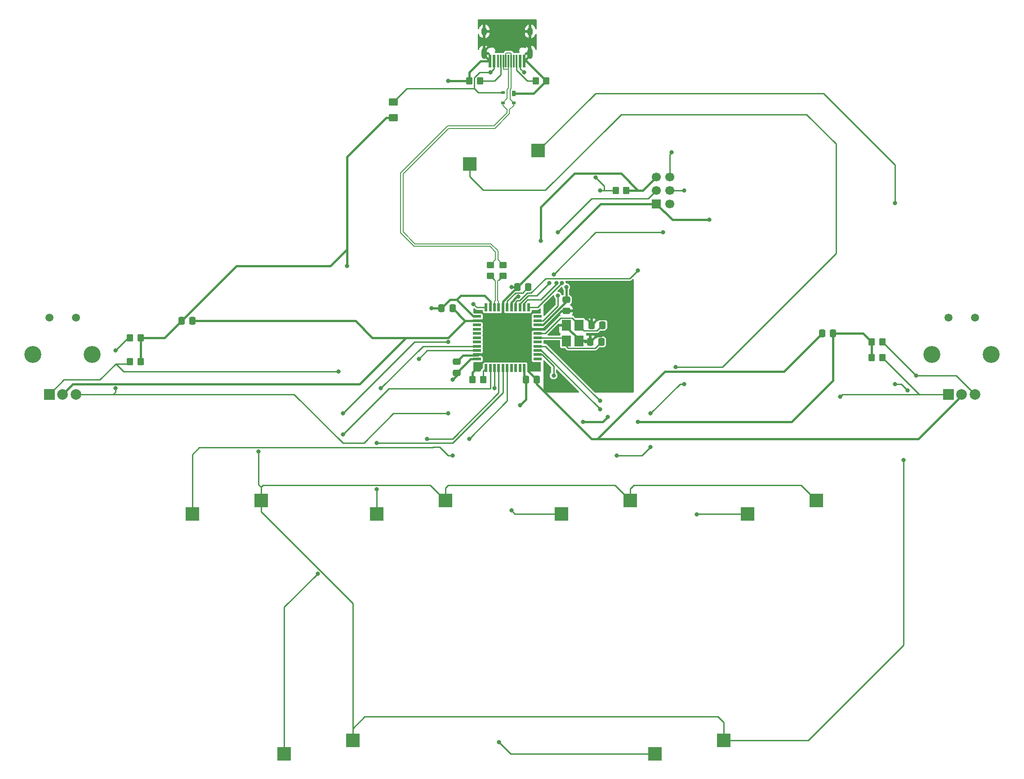
<source format=gbr>
%TF.GenerationSoftware,KiCad,Pcbnew,(6.0.5)*%
%TF.CreationDate,2022-06-07T17:53:48-07:00*%
%TF.ProjectId,sdvx-pcb,73647678-2d70-4636-922e-6b696361645f,rev?*%
%TF.SameCoordinates,Original*%
%TF.FileFunction,Copper,L2,Bot*%
%TF.FilePolarity,Positive*%
%FSLAX46Y46*%
G04 Gerber Fmt 4.6, Leading zero omitted, Abs format (unit mm)*
G04 Created by KiCad (PCBNEW (6.0.5)) date 2022-06-07 17:53:48*
%MOMM*%
%LPD*%
G01*
G04 APERTURE LIST*
G04 Aperture macros list*
%AMRoundRect*
0 Rectangle with rounded corners*
0 $1 Rounding radius*
0 $2 $3 $4 $5 $6 $7 $8 $9 X,Y pos of 4 corners*
0 Add a 4 corners polygon primitive as box body*
4,1,4,$2,$3,$4,$5,$6,$7,$8,$9,$2,$3,0*
0 Add four circle primitives for the rounded corners*
1,1,$1+$1,$2,$3*
1,1,$1+$1,$4,$5*
1,1,$1+$1,$6,$7*
1,1,$1+$1,$8,$9*
0 Add four rect primitives between the rounded corners*
20,1,$1+$1,$2,$3,$4,$5,0*
20,1,$1+$1,$4,$5,$6,$7,0*
20,1,$1+$1,$6,$7,$8,$9,0*
20,1,$1+$1,$8,$9,$2,$3,0*%
G04 Aperture macros list end*
%TA.AperFunction,ComponentPad*%
%ADD10C,1.500000*%
%TD*%
%TA.AperFunction,ComponentPad*%
%ADD11R,2.000000X2.000000*%
%TD*%
%TA.AperFunction,ComponentPad*%
%ADD12C,2.000000*%
%TD*%
%TA.AperFunction,ComponentPad*%
%ADD13C,3.200000*%
%TD*%
%TA.AperFunction,SMDPad,CuDef*%
%ADD14R,2.550000X2.500000*%
%TD*%
%TA.AperFunction,SMDPad,CuDef*%
%ADD15RoundRect,0.250000X-0.475000X0.337500X-0.475000X-0.337500X0.475000X-0.337500X0.475000X0.337500X0*%
%TD*%
%TA.AperFunction,SMDPad,CuDef*%
%ADD16RoundRect,0.250000X-0.450000X0.350000X-0.450000X-0.350000X0.450000X-0.350000X0.450000X0.350000X0*%
%TD*%
%TA.AperFunction,ComponentPad*%
%ADD17C,1.700000*%
%TD*%
%TA.AperFunction,ComponentPad*%
%ADD18R,1.700000X1.700000*%
%TD*%
%TA.AperFunction,SMDPad,CuDef*%
%ADD19R,0.550000X1.500000*%
%TD*%
%TA.AperFunction,SMDPad,CuDef*%
%ADD20R,1.500000X0.550000*%
%TD*%
%TA.AperFunction,SMDPad,CuDef*%
%ADD21RoundRect,0.250000X0.337500X0.475000X-0.337500X0.475000X-0.337500X-0.475000X0.337500X-0.475000X0*%
%TD*%
%TA.AperFunction,SMDPad,CuDef*%
%ADD22R,0.600000X2.450000*%
%TD*%
%TA.AperFunction,SMDPad,CuDef*%
%ADD23R,0.300000X2.450000*%
%TD*%
%TA.AperFunction,ComponentPad*%
%ADD24O,1.000000X2.100000*%
%TD*%
%TA.AperFunction,ComponentPad*%
%ADD25O,1.000000X1.600000*%
%TD*%
%TA.AperFunction,SMDPad,CuDef*%
%ADD26RoundRect,0.250000X0.475000X-0.337500X0.475000X0.337500X-0.475000X0.337500X-0.475000X-0.337500X0*%
%TD*%
%TA.AperFunction,SMDPad,CuDef*%
%ADD27RoundRect,0.250000X-0.337500X-0.475000X0.337500X-0.475000X0.337500X0.475000X-0.337500X0.475000X0*%
%TD*%
%TA.AperFunction,SMDPad,CuDef*%
%ADD28RoundRect,0.250000X0.350000X0.450000X-0.350000X0.450000X-0.350000X-0.450000X0.350000X-0.450000X0*%
%TD*%
%TA.AperFunction,SMDPad,CuDef*%
%ADD29RoundRect,0.250000X-0.350000X-0.450000X0.350000X-0.450000X0.350000X0.450000X-0.350000X0.450000X0*%
%TD*%
%TA.AperFunction,SMDPad,CuDef*%
%ADD30RoundRect,0.250001X-0.624999X0.462499X-0.624999X-0.462499X0.624999X-0.462499X0.624999X0.462499X0*%
%TD*%
%TA.AperFunction,SMDPad,CuDef*%
%ADD31R,0.700000X1.000000*%
%TD*%
%TA.AperFunction,SMDPad,CuDef*%
%ADD32R,0.700000X0.600000*%
%TD*%
%TA.AperFunction,SMDPad,CuDef*%
%ADD33R,1.800000X2.100000*%
%TD*%
%TA.AperFunction,ViaPad*%
%ADD34C,0.800000*%
%TD*%
%TA.AperFunction,Conductor*%
%ADD35C,0.254000*%
%TD*%
%TA.AperFunction,Conductor*%
%ADD36C,0.381000*%
%TD*%
%TA.AperFunction,Conductor*%
%ADD37C,0.200000*%
%TD*%
G04 APERTURE END LIST*
D10*
%TO.P,VOL-R1,*%
%TO.N,*%
X230706250Y-66025000D03*
X235706250Y-66025000D03*
D11*
%TO.P,VOL-R1,A,A*%
%TO.N,VOLRA*%
X230706250Y-80525000D03*
D12*
%TO.P,VOL-R1,B,B*%
%TO.N,VOLRB*%
X235706250Y-80525000D03*
%TO.P,VOL-R1,C,C*%
%TO.N,GND*%
X233206250Y-80525000D03*
D13*
%TO.P,VOL-R1,MP*%
%TO.N,N/C*%
X227606250Y-73025000D03*
X238806250Y-73025000D03*
%TD*%
D10*
%TO.P,VOL-L1,*%
%TO.N,*%
X61393750Y-66025000D03*
X66393750Y-66025000D03*
D11*
%TO.P,VOL-L1,A,A*%
%TO.N,VOLLA*%
X61393750Y-80525000D03*
D12*
%TO.P,VOL-L1,B,B*%
%TO.N,VOLLB*%
X66393750Y-80525000D03*
%TO.P,VOL-L1,C,C*%
%TO.N,GND*%
X63893750Y-80525000D03*
D13*
%TO.P,VOL-L1,MP*%
%TO.N,N/C*%
X58293750Y-73025000D03*
X69493750Y-73025000D03*
%TD*%
D14*
%TO.P,BT-C1,1,COL*%
%TO.N,COLC*%
X157856250Y-103028750D03*
%TO.P,BT-C1,2,ROW*%
%TO.N,KEYROW*%
X170783250Y-100488750D03*
%TD*%
%TO.P,FX-R1,1,COL*%
%TO.N,COLR*%
X175477500Y-148272500D03*
%TO.P,FX-R1,2,ROW*%
%TO.N,KEYROW*%
X188404500Y-145732500D03*
%TD*%
%TO.P,START1,1,COL*%
%TO.N,START*%
X140552500Y-37147500D03*
%TO.P,START1,2,ROW*%
%TO.N,KEYROW*%
X153479500Y-34607500D03*
%TD*%
%TO.P,BT-B1,1,COL*%
%TO.N,COLB*%
X123090000Y-103028750D03*
%TO.P,BT-B1,2,ROW*%
%TO.N,KEYROW*%
X136017000Y-100488750D03*
%TD*%
%TO.P,BT-D1,1,COL*%
%TO.N,COLD*%
X192940000Y-103028750D03*
%TO.P,BT-D1,2,ROW*%
%TO.N,KEYROW*%
X205867000Y-100488750D03*
%TD*%
%TO.P,BT-A1,1,COL*%
%TO.N,COLA*%
X88323750Y-103028750D03*
%TO.P,BT-A1,2,ROW*%
%TO.N,KEYROW*%
X101250750Y-100488750D03*
%TD*%
%TO.P,FX-L1,1,COL*%
%TO.N,COLL*%
X105627500Y-148272500D03*
%TO.P,FX-L1,2,ROW*%
%TO.N,KEYROW*%
X118554500Y-145732500D03*
%TD*%
D15*
%TO.P,C5,1*%
%TO.N,+5V*%
X158750000Y-62706250D03*
%TO.P,C5,2*%
%TO.N,GND*%
X158750000Y-64781250D03*
%TD*%
D16*
%TO.P,R9,1*%
%TO.N,D-*%
X144462500Y-56150000D03*
%TO.P,R9,2*%
%TO.N,DATAN*%
X144462500Y-58150000D03*
%TD*%
D17*
%TO.P,J1,1,MISO*%
%TO.N,MISO*%
X178276250Y-39528750D03*
%TO.P,J1,2,VCC*%
%TO.N,+5V*%
X175736250Y-39528750D03*
%TO.P,J1,3,SCK*%
%TO.N,SCK*%
X178276250Y-42068750D03*
%TO.P,J1,4,MOSI*%
%TO.N,MOSI*%
X175736250Y-42068750D03*
%TO.P,J1,5,~{RST}*%
%TO.N,RESET*%
X178276250Y-44608750D03*
D18*
%TO.P,J1,6,GND*%
%TO.N,GND*%
X175736250Y-44608750D03*
%TD*%
D19*
%TO.P,U2,1,PE6*%
%TO.N,KEYROW*%
X143637500Y-64150000D03*
%TO.P,U2,2,UVCC*%
%TO.N,+5V*%
X144437500Y-64150000D03*
%TO.P,U2,3,D-*%
%TO.N,DATAN*%
X145237500Y-64150000D03*
%TO.P,U2,4,D+*%
%TO.N,DATAP*%
X146037500Y-64150000D03*
%TO.P,U2,5,UGND*%
%TO.N,GND*%
X146837500Y-64150000D03*
%TO.P,U2,6,UCAP*%
%TO.N,Net-(C9-Pad1)*%
X147637500Y-64150000D03*
%TO.P,U2,7,VBUS*%
%TO.N,+5V*%
X148437500Y-64150000D03*
%TO.P,U2,8,PB0*%
%TO.N,VOLLB*%
X149237500Y-64150000D03*
%TO.P,U2,9,PB1*%
%TO.N,SCK*%
X150037500Y-64150000D03*
%TO.P,U2,10,PB2*%
%TO.N,MOSI*%
X150837500Y-64150000D03*
%TO.P,U2,11,PB3*%
%TO.N,MISO*%
X151637500Y-64150000D03*
D20*
%TO.P,U2,12,PB7*%
%TO.N,unconnected-(U2-Pad12)*%
X153337500Y-65850000D03*
%TO.P,U2,13,~{RESET}*%
%TO.N,RESET*%
X153337500Y-66650000D03*
%TO.P,U2,14,VCC*%
%TO.N,+5V*%
X153337500Y-67450000D03*
%TO.P,U2,15,GND*%
%TO.N,GND*%
X153337500Y-68250000D03*
%TO.P,U2,16,XTAL2*%
%TO.N,Net-(C7-Pad1)*%
X153337500Y-69050000D03*
%TO.P,U2,17,XTAL1*%
%TO.N,Net-(C3-Pad1)*%
X153337500Y-69850000D03*
%TO.P,U2,18,PD0*%
%TO.N,unconnected-(U2-Pad18)*%
X153337500Y-70650000D03*
%TO.P,U2,19,PD1*%
%TO.N,VOLRA*%
X153337500Y-71450000D03*
%TO.P,U2,20,PD2*%
%TO.N,VOLRB*%
X153337500Y-72250000D03*
%TO.P,U2,21,PD3*%
%TO.N,START*%
X153337500Y-73050000D03*
%TO.P,U2,22,PD5*%
%TO.N,unconnected-(U2-Pad22)*%
X153337500Y-73850000D03*
D19*
%TO.P,U2,23,GND*%
%TO.N,GND*%
X151637500Y-75550000D03*
%TO.P,U2,24,AVCC*%
%TO.N,+5V*%
X150837500Y-75550000D03*
%TO.P,U2,25,PD4*%
%TO.N,unconnected-(U2-Pad25)*%
X150037500Y-75550000D03*
%TO.P,U2,26,PD6*%
%TO.N,unconnected-(U2-Pad26)*%
X149237500Y-75550000D03*
%TO.P,U2,27,PD7*%
%TO.N,unconnected-(U2-Pad27)*%
X148437500Y-75550000D03*
%TO.P,U2,28,PB4*%
%TO.N,COLA*%
X147637500Y-75550000D03*
%TO.P,U2,29,PB5*%
%TO.N,COLB*%
X146837500Y-75550000D03*
%TO.P,U2,30,PB6*%
%TO.N,COLC*%
X146037500Y-75550000D03*
%TO.P,U2,31,PC6*%
%TO.N,COLD*%
X145237500Y-75550000D03*
%TO.P,U2,32,PC7*%
%TO.N,COLL*%
X144437500Y-75550000D03*
%TO.P,U2,33,~{HWB}/PE2*%
%TO.N,Net-(R10-Pad1)*%
X143637500Y-75550000D03*
D20*
%TO.P,U2,34,VCC*%
%TO.N,+5V*%
X141937500Y-73850000D03*
%TO.P,U2,35,GND*%
%TO.N,GND*%
X141937500Y-73050000D03*
%TO.P,U2,36,PF7*%
%TO.N,VOLLA*%
X141937500Y-72250000D03*
%TO.P,U2,37,PF6*%
%TO.N,COLR*%
X141937500Y-71450000D03*
%TO.P,U2,38,PF5*%
%TO.N,unconnected-(U2-Pad38)*%
X141937500Y-70650000D03*
%TO.P,U2,39,PF4*%
%TO.N,unconnected-(U2-Pad39)*%
X141937500Y-69850000D03*
%TO.P,U2,40,PF1*%
%TO.N,unconnected-(U2-Pad40)*%
X141937500Y-69050000D03*
%TO.P,U2,41,PF0*%
%TO.N,unconnected-(U2-Pad41)*%
X141937500Y-68250000D03*
%TO.P,U2,42,AREF*%
%TO.N,unconnected-(U2-Pad42)*%
X141937500Y-67450000D03*
%TO.P,U2,43,GND*%
%TO.N,GND*%
X141937500Y-66650000D03*
%TO.P,U2,44,AVCC*%
%TO.N,+5V*%
X141937500Y-65850000D03*
%TD*%
D21*
%TO.P,C2,1*%
%TO.N,+5V*%
X209000000Y-69056250D03*
%TO.P,C2,2*%
%TO.N,GND*%
X206925000Y-69056250D03*
%TD*%
D22*
%TO.P,USB1,1,GND*%
%TO.N,GND*%
X144412500Y-17717500D03*
%TO.P,USB1,2,VBUS*%
%TO.N,VCC*%
X145187500Y-17717500D03*
D23*
%TO.P,USB1,3,SBU2*%
%TO.N,unconnected-(USB1-Pad3)*%
X145887500Y-17717500D03*
%TO.P,USB1,4,CC1*%
%TO.N,Net-(R7-Pad1)*%
X146387500Y-17717500D03*
%TO.P,USB1,5,DN2*%
%TO.N,D-*%
X146887500Y-17717500D03*
%TO.P,USB1,6,DP1*%
%TO.N,D+*%
X147387500Y-17717500D03*
%TO.P,USB1,7,DN1*%
%TO.N,D-*%
X147887500Y-17717500D03*
%TO.P,USB1,8,DP2*%
%TO.N,D+*%
X148387500Y-17717500D03*
%TO.P,USB1,9,SBU1*%
%TO.N,unconnected-(USB1-Pad9)*%
X148887500Y-17717500D03*
%TO.P,USB1,10,CC2*%
%TO.N,Net-(R6-Pad1)*%
X149387500Y-17717500D03*
D22*
%TO.P,USB1,11,VBUS*%
%TO.N,VCC*%
X150087500Y-17717500D03*
%TO.P,USB1,12,GND*%
%TO.N,GND*%
X150862500Y-17717500D03*
D24*
%TO.P,USB1,13,SHIELD*%
X151957500Y-16302500D03*
X143317500Y-16302500D03*
D25*
X151957500Y-12122500D03*
X143317500Y-12122500D03*
%TD*%
D26*
%TO.P,C6,1*%
%TO.N,+5V*%
X138112500Y-76443750D03*
%TO.P,C6,2*%
%TO.N,GND*%
X138112500Y-74368750D03*
%TD*%
D27*
%TO.P,C1,1*%
%TO.N,+5V*%
X86275000Y-66675000D03*
%TO.P,C1,2*%
%TO.N,GND*%
X88350000Y-66675000D03*
%TD*%
D28*
%TO.P,R3,1*%
%TO.N,+5V*%
X170068750Y-42068750D03*
%TO.P,R3,2*%
%TO.N,RESET*%
X168068750Y-42068750D03*
%TD*%
D29*
%TO.P,R2,1*%
%TO.N,VOLLB*%
X76581250Y-69850000D03*
%TO.P,R2,2*%
%TO.N,+5V*%
X78581250Y-69850000D03*
%TD*%
D28*
%TO.P,R10,1*%
%TO.N,Net-(R10-Pad1)*%
X143081250Y-77787500D03*
%TO.P,R10,2*%
%TO.N,GND*%
X141081250Y-77787500D03*
%TD*%
D30*
%TO.P,Fe1,1*%
%TO.N,VCC*%
X126206250Y-25400000D03*
%TO.P,Fe1,2*%
%TO.N,+5V*%
X126206250Y-28375000D03*
%TD*%
D27*
%TO.P,C4,1*%
%TO.N,+5V*%
X151118750Y-77787500D03*
%TO.P,C4,2*%
%TO.N,GND*%
X153193750Y-77787500D03*
%TD*%
D31*
%TO.P,U1,1,GND*%
%TO.N,GND*%
X148843750Y-23856250D03*
D32*
%TO.P,U1,2,IO1*%
%TO.N,D+*%
X148843750Y-25556250D03*
%TO.P,U1,3,IO2*%
%TO.N,D-*%
X146843750Y-25556250D03*
%TO.P,U1,4,VCC*%
%TO.N,VCC*%
X146843750Y-23656250D03*
%TD*%
D21*
%TO.P,C9,1*%
%TO.N,Net-(C9-Pad1)*%
X151606250Y-60325000D03*
%TO.P,C9,2*%
%TO.N,GND*%
X149531250Y-60325000D03*
%TD*%
%TO.P,C3,1*%
%TO.N,Net-(C3-Pad1)*%
X165343750Y-70643750D03*
%TO.P,C3,2*%
%TO.N,GND*%
X163268750Y-70643750D03*
%TD*%
%TO.P,C7,1*%
%TO.N,Net-(C7-Pad1)*%
X165587500Y-67468750D03*
%TO.P,C7,2*%
%TO.N,GND*%
X163512500Y-67468750D03*
%TD*%
D33*
%TO.P,Y1,1,1*%
%TO.N,Net-(C3-Pad1)*%
X158815625Y-70434375D03*
%TO.P,Y1,2,2*%
%TO.N,GND*%
X158815625Y-67534375D03*
%TO.P,Y1,3,3*%
%TO.N,Net-(C7-Pad1)*%
X161115625Y-67534375D03*
%TO.P,Y1,4,4*%
%TO.N,GND*%
X161115625Y-70434375D03*
%TD*%
D27*
%TO.P,C8,1*%
%TO.N,+5V*%
X135243750Y-64293750D03*
%TO.P,C8,2*%
%TO.N,GND*%
X137318750Y-64293750D03*
%TD*%
D28*
%TO.P,R7,1*%
%TO.N,Net-(R7-Pad1)*%
X142493750Y-21431250D03*
%TO.P,R7,2*%
%TO.N,GND*%
X140493750Y-21431250D03*
%TD*%
D29*
%TO.P,R1,1*%
%TO.N,VOLLA*%
X76581250Y-74387500D03*
%TO.P,R1,2*%
%TO.N,+5V*%
X78581250Y-74387500D03*
%TD*%
D28*
%TO.P,R4,1*%
%TO.N,VOLRA*%
X218281250Y-73593750D03*
%TO.P,R4,2*%
%TO.N,+5V*%
X216281250Y-73593750D03*
%TD*%
D29*
%TO.P,R6,1*%
%TO.N,Net-(R6-Pad1)*%
X152987500Y-21431250D03*
%TO.P,R6,2*%
%TO.N,GND*%
X154987500Y-21431250D03*
%TD*%
D16*
%TO.P,R8,1*%
%TO.N,D+*%
X146843750Y-56150000D03*
%TO.P,R8,2*%
%TO.N,DATAP*%
X146843750Y-58150000D03*
%TD*%
D28*
%TO.P,R5,1*%
%TO.N,VOLRB*%
X218281250Y-70643750D03*
%TO.P,R5,2*%
%TO.N,+5V*%
X216281250Y-70643750D03*
%TD*%
D34*
%TO.N,VOLLB*%
X73818750Y-79375000D03*
X73818750Y-72231250D03*
%TO.N,KEYROW*%
X220662500Y-78581250D03*
X223043750Y-79798500D03*
X220662500Y-44450000D03*
X222250000Y-92868750D03*
X116681250Y-84137500D03*
X136525000Y-70643750D03*
X141287500Y-63500000D03*
X100806250Y-91281250D03*
%TO.N,COLA*%
X137318750Y-92075000D03*
X140493750Y-88900000D03*
%TO.N,COLB*%
X123031250Y-89693750D03*
X123031250Y-98425000D03*
%TO.N,COLC*%
X132556250Y-88900000D03*
X148431250Y-102393750D03*
%TO.N,COLD*%
X145256250Y-79375000D03*
X183356250Y-103187500D03*
%TO.N,GND*%
X145256250Y-13493750D03*
X136525000Y-21431250D03*
X148431250Y-60325000D03*
X147637500Y-12700000D03*
X150018750Y-13493750D03*
X185737500Y-47625000D03*
%TO.N,+5V*%
X161925000Y-85725000D03*
X137318750Y-77787500D03*
X133350000Y-64293750D03*
X149684673Y-62103031D03*
X153987500Y-51593750D03*
X172243750Y-85725000D03*
X166570661Y-84814411D03*
X158750000Y-60325000D03*
X117475000Y-56356250D03*
X150018750Y-82550000D03*
%TO.N,VCC*%
X144462500Y-19843750D03*
X150812500Y-19843750D03*
%TO.N,COLL*%
X111918750Y-114300000D03*
X116681250Y-88106250D03*
%TO.N,COLR*%
X146050000Y-146050000D03*
X123825000Y-79375000D03*
%TO.N,MISO*%
X157956250Y-59531250D03*
X178593750Y-34925000D03*
%TO.N,SCK*%
X177006250Y-50006250D03*
X180975000Y-42068750D03*
X156368750Y-57943750D03*
X155575000Y-59531250D03*
%TO.N,MOSI*%
X156942785Y-59517288D03*
X157162500Y-50006250D03*
%TO.N,RESET*%
X165100000Y-42068750D03*
X157162500Y-61912500D03*
X164306250Y-39687500D03*
%TO.N,START*%
X179387500Y-75406250D03*
X156368750Y-76993750D03*
%TO.N,VOLLB*%
X180975000Y-78581250D03*
X172243750Y-57150000D03*
X174625000Y-84137500D03*
X136525000Y-84137500D03*
X168275000Y-92075000D03*
X174625000Y-90487500D03*
%TO.N,VOLRA*%
X165100000Y-81756250D03*
X210343750Y-80962500D03*
%TO.N,VOLRB*%
X165100000Y-83343750D03*
X224631250Y-76993750D03*
%TO.N,VOLLA*%
X130968750Y-73818750D03*
X115887500Y-76200000D03*
%TD*%
D35*
%TO.N,VOLLB*%
X73818750Y-80087500D02*
X73381250Y-80525000D01*
X73818750Y-79375000D02*
X73818750Y-80087500D01*
X66393750Y-80525000D02*
X73381250Y-80525000D01*
X73381250Y-80525000D02*
X107512500Y-80525000D01*
X76200000Y-69850000D02*
X73818750Y-72231250D01*
X76581250Y-69850000D02*
X76200000Y-69850000D01*
X126206250Y-84137500D02*
X136525000Y-84137500D01*
X120650000Y-89693750D02*
X126206250Y-84137500D01*
X116681250Y-89693750D02*
X120650000Y-89693750D01*
X107512500Y-80525000D02*
X116681250Y-89693750D01*
%TO.N,KEYROW*%
X220662500Y-37306250D02*
X207168750Y-23812500D01*
X221826500Y-78581250D02*
X220662500Y-78581250D01*
X223043750Y-79798500D02*
X221826500Y-78581250D01*
X222250000Y-127793750D02*
X222250000Y-92868750D01*
X219075000Y-130968750D02*
X222250000Y-127793750D01*
X220662500Y-44450000D02*
X220662500Y-37306250D01*
X204311250Y-145732500D02*
X219075000Y-130968750D01*
X188404500Y-145732500D02*
X204311250Y-145732500D01*
%TO.N,VOLRB*%
X232175000Y-76993750D02*
X235706250Y-80525000D01*
X224631250Y-76993750D02*
X232175000Y-76993750D01*
X224631250Y-76993750D02*
X218281250Y-70643750D01*
D36*
%TO.N,GND*%
X65837500Y-78581250D02*
X71437500Y-78581250D01*
X71437500Y-78581250D02*
X119856250Y-78581250D01*
X63893750Y-80525000D02*
X65837500Y-78581250D01*
D35*
%TO.N,VOLLA*%
X64131250Y-77787500D02*
X61393750Y-80525000D01*
X70921772Y-77787500D02*
X64131250Y-77787500D01*
X73957761Y-74751511D02*
X70921772Y-77787500D01*
D37*
%TO.N,D-*%
X145428124Y-53671324D02*
X145428124Y-55184376D01*
X144369300Y-52612500D02*
X145428124Y-53671324D01*
X130081800Y-52612500D02*
X144369300Y-52612500D01*
X127568750Y-38800550D02*
X127568750Y-50099450D01*
X145163050Y-29937500D02*
X136431800Y-29937500D01*
X147618750Y-27481800D02*
X145163050Y-29937500D01*
X146843750Y-26081251D02*
X147618750Y-26856251D01*
X145428124Y-55184376D02*
X144462500Y-56150000D01*
X146843750Y-25556250D02*
X146843750Y-26081251D01*
%TO.N,D+*%
X145878126Y-55184376D02*
X146843750Y-56150000D01*
X145878126Y-53484926D02*
X145878126Y-55184376D01*
X144555700Y-52162500D02*
X145878126Y-53484926D01*
%TO.N,D-*%
X136431800Y-29937500D02*
X127568750Y-38800550D01*
%TO.N,D+*%
X130268200Y-52162500D02*
X144555700Y-52162500D01*
%TO.N,D-*%
X147618750Y-26856251D02*
X147618750Y-27481800D01*
%TO.N,D+*%
X128018750Y-49913050D02*
X130268200Y-52162500D01*
%TO.N,D-*%
X127568750Y-50099450D02*
X130081800Y-52612500D01*
%TO.N,D+*%
X128018750Y-38986950D02*
X128018750Y-49913050D01*
X148068750Y-27668200D02*
X145349450Y-30387500D01*
X148068750Y-26856251D02*
X148068750Y-27668200D01*
X148843750Y-26081251D02*
X148068750Y-26856251D01*
X136618200Y-30387500D02*
X128018750Y-38986950D01*
X145349450Y-30387500D02*
X136618200Y-30387500D01*
X148843750Y-25556250D02*
X148843750Y-26081251D01*
D35*
%TO.N,KEYROW*%
X136017000Y-100488750D02*
X136017000Y-98139250D01*
X136017000Y-98139250D02*
X136525000Y-97631250D01*
X188404500Y-145732500D02*
X188404500Y-142367000D01*
X100806250Y-97536000D02*
X101250750Y-97980500D01*
X136525000Y-70643750D02*
X130175000Y-70643750D01*
X188404500Y-142367000D02*
X187325000Y-141287500D01*
X136525000Y-97631250D02*
X167925750Y-97631250D01*
X164274500Y-23812500D02*
X207168750Y-23812500D01*
X118554500Y-145732500D02*
X118554500Y-119908307D01*
X120796739Y-141287500D02*
X118554500Y-143529739D01*
X130175000Y-70643750D02*
X116681250Y-84137500D01*
X118554500Y-143529739D02*
X118554500Y-145732500D01*
X101250750Y-97980500D02*
X101600000Y-97631250D01*
X187325000Y-141287500D02*
X120796739Y-141287500D01*
X167925750Y-97631250D02*
X170783250Y-100488750D01*
X141937500Y-64150000D02*
X141287500Y-63500000D01*
X203009500Y-97631250D02*
X205867000Y-100488750D01*
X170783250Y-98298000D02*
X171450000Y-97631250D01*
X143637500Y-64150000D02*
X141937500Y-64150000D01*
X101250750Y-100488750D02*
X101250750Y-97980500D01*
X101250750Y-102604557D02*
X101250750Y-100488750D01*
X153479500Y-34607500D02*
X164274500Y-23812500D01*
X118554500Y-119908307D02*
X101250750Y-102604557D01*
X101600000Y-97631250D02*
X133159500Y-97631250D01*
X171450000Y-97631250D02*
X203009500Y-97631250D01*
X100806250Y-91281250D02*
X100806250Y-97536000D01*
X133159500Y-97631250D02*
X136017000Y-100488750D01*
X170783250Y-100488750D02*
X170783250Y-98298000D01*
%TO.N,COLA*%
X133704000Y-90487500D02*
X133636761Y-90554739D01*
X89626511Y-90554739D02*
X88323750Y-91857500D01*
X133636761Y-90554739D02*
X89626511Y-90554739D01*
X147637500Y-81756250D02*
X140493750Y-88900000D01*
X134937500Y-90487500D02*
X133704000Y-90487500D01*
X136525000Y-92075000D02*
X134937500Y-90487500D01*
X88323750Y-91857500D02*
X88323750Y-103028750D01*
X147637500Y-75550000D02*
X147637500Y-76554000D01*
X147637500Y-76554000D02*
X147637500Y-81756250D01*
X137318750Y-92075000D02*
X136525000Y-92075000D01*
%TO.N,COLB*%
X137318750Y-89693750D02*
X146837500Y-80175000D01*
X146837500Y-80175000D02*
X146837500Y-75550000D01*
X123090000Y-103028750D02*
X123090000Y-98483750D01*
X123031250Y-89693750D02*
X137318750Y-89693750D01*
X123090000Y-98483750D02*
X123031250Y-98425000D01*
%TO.N,COLC*%
X137318750Y-88900000D02*
X132556250Y-88900000D01*
X148431250Y-102393750D02*
X149066250Y-103028750D01*
X146037500Y-75550000D02*
X146037500Y-80181250D01*
X146037500Y-80181250D02*
X137318750Y-88900000D01*
X149066250Y-103028750D02*
X157856250Y-103028750D01*
%TO.N,COLD*%
X145237500Y-79356250D02*
X145256250Y-79375000D01*
X145237500Y-76428022D02*
X145237500Y-75550000D01*
X145237500Y-76428022D02*
X145237500Y-79356250D01*
X183515000Y-103028750D02*
X183356250Y-103187500D01*
X192940000Y-103028750D02*
X183515000Y-103028750D01*
D36*
%TO.N,GND*%
X161115625Y-70434375D02*
X163059375Y-70434375D01*
X139675000Y-66650000D02*
X139725000Y-66650000D01*
X136525000Y-69850000D02*
X139725000Y-66650000D01*
X142620000Y-17717500D02*
X140493750Y-19843750D01*
X166687500Y-68112584D02*
X165271354Y-69528730D01*
X166687500Y-66675000D02*
X166687500Y-68112584D01*
X146837500Y-65850000D02*
X149237500Y-68250000D01*
X143317500Y-16302500D02*
X143317500Y-15752500D01*
X163512500Y-67468750D02*
X164627520Y-66353730D01*
X128587500Y-69850000D02*
X136525000Y-69850000D01*
X140493750Y-19843750D02*
X140493750Y-21431250D01*
X178752500Y-47625000D02*
X175736250Y-44608750D01*
X151957500Y-15432500D02*
X151957500Y-16302500D01*
X163508761Y-88896261D02*
X153193750Y-78581250D01*
X149531250Y-60325000D02*
X146843750Y-63012500D01*
X152562500Y-23856250D02*
X154987500Y-21431250D01*
X164383770Y-69528730D02*
X163268750Y-70643750D01*
X163059375Y-70434375D02*
X163268750Y-70643750D01*
X151396500Y-14871500D02*
X151957500Y-15432500D01*
X158750000Y-64781250D02*
X161092522Y-64781250D01*
X164633484Y-88896261D02*
X163508761Y-88896261D01*
X175736250Y-44608750D02*
X165247500Y-44608750D01*
X151637500Y-75550000D02*
X151637500Y-76231250D01*
X177333484Y-76196261D02*
X164633484Y-88896261D01*
X158750000Y-64781250D02*
X157832252Y-64781250D01*
X206925000Y-69056250D02*
X199784989Y-76196261D01*
X165247500Y-44608750D02*
X149531250Y-60325000D01*
X151637500Y-76231250D02*
X153193750Y-77787500D01*
X137318750Y-64293750D02*
X139675000Y-66650000D01*
X233206250Y-80805022D02*
X225115011Y-88896261D01*
X141081250Y-77787500D02*
X141081250Y-76406250D01*
X158815625Y-67834375D02*
X161115625Y-70134375D01*
X143317500Y-16622500D02*
X144412500Y-17717500D01*
X161115625Y-70434375D02*
X161115625Y-70134375D01*
X144437500Y-66650000D02*
X141937500Y-66650000D01*
X149237500Y-68250000D02*
X153337500Y-68250000D01*
X119856250Y-78581250D02*
X128587500Y-69850000D01*
X233206250Y-80525000D02*
X233206250Y-80805022D01*
X151957500Y-12122500D02*
X151957500Y-16302500D01*
X165271354Y-69528730D02*
X164383770Y-69528730D01*
X146843750Y-63012500D02*
X146843750Y-63500000D01*
X139296261Y-73184989D02*
X142081250Y-73184989D01*
X151273750Y-17717500D02*
X154987500Y-21431250D01*
X164627520Y-66353730D02*
X166366230Y-66353730D01*
X141937500Y-73050000D02*
X144437500Y-73050000D01*
X154363502Y-68250000D02*
X153337500Y-68250000D01*
X138112500Y-74368750D02*
X139296261Y-73184989D01*
X151637500Y-73850000D02*
X151637500Y-75550000D01*
X153193750Y-78581250D02*
X153193750Y-77787500D01*
X88350000Y-66675000D02*
X119062500Y-66675000D01*
X146837500Y-64150000D02*
X146837500Y-65850000D01*
X148843750Y-23856250D02*
X152562500Y-23856250D01*
X147637500Y-69850000D02*
X151637500Y-73850000D01*
X157832252Y-64781250D02*
X154363502Y-68250000D01*
X147637500Y-69850000D02*
X144437500Y-66650000D01*
X136525000Y-21431250D02*
X140493750Y-21431250D01*
X143317500Y-15752500D02*
X144198500Y-14871500D01*
X122237500Y-69850000D02*
X128587500Y-69850000D01*
X143317500Y-16302500D02*
X143317500Y-16622500D01*
X225115011Y-88896261D02*
X164633484Y-88896261D01*
X144198500Y-14871500D02*
X151396500Y-14871500D01*
X151957500Y-16622500D02*
X150862500Y-17717500D01*
X161092522Y-64781250D02*
X163512500Y-67201228D01*
X151957500Y-16302500D02*
X151957500Y-16622500D01*
X163400000Y-70775000D02*
X163268750Y-70643750D01*
X144437500Y-73050000D02*
X147637500Y-69850000D01*
X149531250Y-60325000D02*
X148431250Y-60325000D01*
X158815625Y-67834375D02*
X158815625Y-67534375D01*
X141081250Y-76406250D02*
X144437500Y-73050000D01*
X147637500Y-69850000D02*
X149237500Y-68250000D01*
X185737500Y-47625000D02*
X178752500Y-47625000D01*
X144412500Y-17717500D02*
X142620000Y-17717500D01*
X139725000Y-66650000D02*
X141937500Y-66650000D01*
X166366230Y-66353730D02*
X166687500Y-66675000D01*
X150862500Y-17717500D02*
X151273750Y-17717500D01*
X163512500Y-67201228D02*
X163512500Y-67468750D01*
X199784989Y-76196261D02*
X177333484Y-76196261D01*
X119062500Y-66675000D02*
X122237500Y-69850000D01*
X143317500Y-12122500D02*
X143317500Y-16302500D01*
%TO.N,+5V*%
X124818750Y-28375000D02*
X117475000Y-35718750D01*
X148437500Y-63144978D02*
X149479447Y-62103031D01*
X78581250Y-69850000D02*
X78581250Y-74387500D01*
X158750000Y-62706250D02*
X158750000Y-63042522D01*
X117475000Y-56356250D02*
X117475000Y-53181250D01*
X135243750Y-64293750D02*
X133350000Y-64293750D01*
X83100000Y-69850000D02*
X78581250Y-69850000D01*
X149479447Y-62103031D02*
X149684673Y-62103031D01*
X126206250Y-28375000D02*
X124818750Y-28375000D01*
X138112500Y-76993750D02*
X137318750Y-77787500D01*
X138112500Y-62706250D02*
X136831250Y-62706250D01*
X148437500Y-63144978D02*
X148437500Y-64150000D01*
X158750000Y-62706250D02*
X158750000Y-60325000D01*
X154342522Y-67450000D02*
X153337500Y-67450000D01*
X150837500Y-77506250D02*
X151118750Y-77787500D01*
X86275000Y-66675000D02*
X96593750Y-56356250D01*
X136831250Y-62706250D02*
X135243750Y-64293750D01*
X86275000Y-66675000D02*
X83100000Y-69850000D01*
X141256250Y-65850000D02*
X138112500Y-62706250D01*
X117475000Y-35718750D02*
X117475000Y-53181250D01*
X142875000Y-61912500D02*
X138906250Y-61912500D01*
X138112500Y-76443750D02*
X138112500Y-76993750D01*
X144437500Y-63019000D02*
X143331000Y-61912500D01*
X140706250Y-73850000D02*
X141937500Y-73850000D01*
X172243750Y-42068750D02*
X169068750Y-38893750D01*
X114300000Y-56356250D02*
X117475000Y-53181250D01*
X138112500Y-76443750D02*
X140706250Y-73850000D01*
X209000000Y-69056250D02*
X214693750Y-69056250D01*
X158750000Y-63042522D02*
X154342522Y-67450000D01*
X172243750Y-42068750D02*
X173196250Y-42068750D01*
X150018750Y-82550000D02*
X151118750Y-81450000D01*
X209000000Y-69056250D02*
X209000000Y-77925000D01*
X165660072Y-85725000D02*
X161925000Y-85725000D01*
X138906250Y-61912500D02*
X138112500Y-62706250D01*
X166570661Y-84814411D02*
X165660072Y-85725000D01*
X153987500Y-45243750D02*
X153987500Y-51593750D01*
X209000000Y-77925000D02*
X201200000Y-85725000D01*
X169068750Y-38893750D02*
X160337500Y-38893750D01*
X214693750Y-69056250D02*
X216281250Y-70643750D01*
X201200000Y-85725000D02*
X172243750Y-85725000D01*
X150837500Y-75550000D02*
X150837500Y-77506250D01*
X144437500Y-64150000D02*
X144437500Y-63019000D01*
X160337500Y-38893750D02*
X153987500Y-45243750D01*
X216281250Y-70643750D02*
X216281250Y-73593750D01*
X141937500Y-65850000D02*
X141256250Y-65850000D01*
X170068750Y-42068750D02*
X172243750Y-42068750D01*
X143331000Y-61912500D02*
X142875000Y-61912500D01*
X173196250Y-42068750D02*
X175736250Y-39528750D01*
X151118750Y-81450000D02*
X151118750Y-77787500D01*
X96593750Y-56356250D02*
X114300000Y-56356250D01*
D35*
%TO.N,Net-(C7-Pad1)*%
X161115625Y-67384375D02*
X159889114Y-66157864D01*
X157679636Y-66157864D02*
X154787500Y-69050000D01*
X161115625Y-67534375D02*
X161115625Y-67384375D01*
X162101520Y-68520270D02*
X161115625Y-67534375D01*
X165587500Y-67468750D02*
X164535980Y-68520270D01*
X159889114Y-66157864D02*
X157679636Y-66157864D01*
X164535980Y-68520270D02*
X162101520Y-68520270D01*
X154787500Y-69050000D02*
X153337500Y-69050000D01*
%TO.N,VCC*%
X142190540Y-23656250D02*
X146843750Y-23656250D01*
X141420270Y-22885980D02*
X128720270Y-22885980D01*
X144462500Y-19843750D02*
X142465928Y-19843750D01*
X141420270Y-22885980D02*
X142190540Y-23656250D01*
X144462500Y-19843750D02*
X145187500Y-19118750D01*
X128720270Y-22885980D02*
X126206250Y-25400000D01*
X150087500Y-17717500D02*
X150087500Y-19118750D01*
X142465928Y-19843750D02*
X141420270Y-20889408D01*
X150087500Y-19118750D02*
X150812500Y-19843750D01*
X141420270Y-20889408D02*
X141420270Y-22885980D01*
X145187500Y-19118750D02*
X145187500Y-17717500D01*
%TO.N,COLL*%
X144462500Y-79375000D02*
X144395261Y-79442239D01*
X144395261Y-79442239D02*
X125345261Y-79442239D01*
X144437500Y-75550000D02*
X144437500Y-76586648D01*
X105627500Y-148272500D02*
X105627500Y-120591250D01*
X105627500Y-120591250D02*
X111918750Y-114300000D01*
X125345261Y-79442239D02*
X116681250Y-88106250D01*
X144462500Y-76611648D02*
X144462500Y-79375000D01*
X144437500Y-76586648D02*
X144462500Y-76611648D01*
%TO.N,COLR*%
X131750000Y-71450000D02*
X141937500Y-71450000D01*
X148272500Y-148272500D02*
X146050000Y-146050000D01*
X175477500Y-148272500D02*
X148272500Y-148272500D01*
X123825000Y-79375000D02*
X131750000Y-71450000D01*
%TO.N,MISO*%
X153337500Y-64150000D02*
X151637500Y-64150000D01*
X178276250Y-39528750D02*
X178276250Y-35242500D01*
X178276250Y-35242500D02*
X178593750Y-34925000D01*
X157956250Y-59531250D02*
X153337500Y-64150000D01*
%TO.N,SCK*%
X164306250Y-50006250D02*
X156368750Y-57943750D01*
X153215728Y-61890522D02*
X151599133Y-61890522D01*
X178276250Y-42068750D02*
X180975000Y-42068750D01*
X177006250Y-50006250D02*
X164306250Y-50006250D01*
X150037500Y-63452155D02*
X150037500Y-64150000D01*
X151599133Y-61890522D02*
X150037500Y-63452155D01*
X155575000Y-59531250D02*
X153215728Y-61890522D01*
%TO.N,MOSI*%
X157162500Y-50006250D02*
X163512500Y-43656250D01*
X156942785Y-59750965D02*
X156942785Y-59517288D01*
X150812500Y-64125000D02*
X150812500Y-63318529D01*
X150812500Y-63318529D02*
X151118640Y-63012389D01*
X151118640Y-63012389D02*
X151424779Y-62706250D01*
X151424779Y-62706250D02*
X153987500Y-62706250D01*
X150837500Y-64150000D02*
X150812500Y-64125000D01*
X153987500Y-62706250D02*
X156942785Y-59750965D01*
X163512500Y-43656250D02*
X174148750Y-43656250D01*
X174148750Y-43656250D02*
X175736250Y-42068750D01*
%TO.N,RESET*%
X154341500Y-66650000D02*
X157162500Y-63829000D01*
X165893750Y-41275000D02*
X165893750Y-42068750D01*
X164306250Y-39687500D02*
X165893750Y-41275000D01*
X153337500Y-66650000D02*
X154341500Y-66650000D01*
X168068750Y-42068750D02*
X165100000Y-42068750D01*
X157162500Y-63829000D02*
X157162500Y-61912500D01*
%TO.N,Net-(C3-Pad1)*%
X165343750Y-70643750D02*
X164176614Y-71810886D01*
X158815625Y-71503125D02*
X158815625Y-70434375D01*
X158231250Y-69850000D02*
X153337500Y-69850000D01*
X158815625Y-70434375D02*
X158231250Y-69850000D01*
X159123386Y-71810886D02*
X158815625Y-71503125D01*
X164176614Y-71810886D02*
X159123386Y-71810886D01*
%TO.N,Net-(C9-Pad1)*%
X147637500Y-62964020D02*
X147637500Y-64150000D01*
X150554730Y-61376520D02*
X149225000Y-61376520D01*
X149225000Y-61376520D02*
X147637500Y-62964020D01*
X151606250Y-60325000D02*
X150554730Y-61376520D01*
D37*
%TO.N,D+*%
X148194239Y-24906739D02*
X148843750Y-25556250D01*
X148387500Y-22863478D02*
X148194239Y-23056739D01*
X148387500Y-16243478D02*
X148387500Y-17717500D01*
X148337011Y-16192989D02*
X148387500Y-16243478D01*
X148387500Y-17717500D02*
X148387500Y-22863478D01*
X148194239Y-23056739D02*
X148194239Y-24906739D01*
X147437989Y-16192989D02*
X148337011Y-16192989D01*
X147387500Y-16243478D02*
X147437989Y-16192989D01*
X147387500Y-17717500D02*
X147387500Y-16243478D01*
%TO.N,DATAP*%
X146037500Y-63024999D02*
X145862500Y-62849999D01*
X146037500Y-64150000D02*
X146037500Y-63024999D01*
D35*
X146843750Y-58150000D02*
X146050000Y-58943750D01*
D37*
X145862500Y-59131250D02*
X146050000Y-58943750D01*
X145862500Y-62849999D02*
X145862500Y-59131250D01*
%TO.N,D-*%
X147637500Y-23018750D02*
X147637500Y-24762500D01*
X146887500Y-17717500D02*
X146887500Y-19191522D01*
X147637500Y-24762500D02*
X146843750Y-25556250D01*
X147837011Y-19242011D02*
X147837011Y-22819239D01*
X147887500Y-19191522D02*
X147887500Y-17717500D01*
X146937989Y-19242011D02*
X147837011Y-19242011D01*
X147837011Y-19242011D02*
X147887500Y-19191522D01*
X146887500Y-19191522D02*
X146937989Y-19242011D01*
X147837011Y-22819239D02*
X147637500Y-23018750D01*
%TO.N,DATAN*%
X145412500Y-59100000D02*
X145237500Y-58925000D01*
D35*
X144462500Y-58150000D02*
X145237500Y-58925000D01*
D37*
X145412500Y-62849999D02*
X145412500Y-59100000D01*
X145237500Y-64150000D02*
X145237500Y-63024999D01*
X145237500Y-63024999D02*
X145412500Y-62849999D01*
D35*
%TO.N,Net-(R6-Pad1)*%
X151372557Y-21431250D02*
X149364011Y-19422704D01*
X152987500Y-21431250D02*
X151372557Y-21431250D01*
X149364011Y-19422704D02*
X149364011Y-18256250D01*
%TO.N,START*%
X167481250Y-29368750D02*
X169068750Y-27781250D01*
X209550000Y-33337500D02*
X209550000Y-53975000D01*
X154792079Y-42057921D02*
X167481250Y-29368750D01*
X169068750Y-27781250D02*
X203993750Y-27781250D01*
X203993750Y-27781250D02*
X209550000Y-33337500D01*
X143158002Y-42057921D02*
X154792079Y-42057921D01*
X140552500Y-37147500D02*
X140552500Y-39452419D01*
X140552500Y-39452419D02*
X143158002Y-42057921D01*
X209550000Y-53975000D02*
X188118750Y-75406250D01*
X156368750Y-76993750D02*
X156368750Y-75203228D01*
X154190522Y-73025000D02*
X153987500Y-73025000D01*
X188118750Y-75406250D02*
X179387500Y-75406250D01*
X156368750Y-75203228D02*
X154190522Y-73025000D01*
%TO.N,VOLLB*%
X180181250Y-78581250D02*
X180975000Y-78581250D01*
X149484112Y-62829542D02*
X149237500Y-63076154D01*
X151378145Y-61437002D02*
X149985605Y-62829542D01*
X170723489Y-58670261D02*
X154888811Y-58670261D01*
X149985605Y-62829542D02*
X149484112Y-62829542D01*
X149237500Y-63076154D02*
X149237500Y-64150000D01*
X168275000Y-92075000D02*
X173037500Y-92075000D01*
X173037500Y-92075000D02*
X174625000Y-90487500D01*
X172243750Y-57150000D02*
X170723489Y-58670261D01*
X154888811Y-58670261D02*
X152122070Y-61437002D01*
X152122070Y-61437002D02*
X151378145Y-61437002D01*
X174625000Y-84137500D02*
X180181250Y-78581250D01*
%TO.N,VOLRA*%
X218281250Y-73593750D02*
X225212500Y-80525000D01*
X225212500Y-80525000D02*
X210781250Y-80525000D01*
X154793750Y-71450000D02*
X153337500Y-71450000D01*
X225212500Y-80525000D02*
X230706250Y-80525000D01*
X210781250Y-80525000D02*
X210343750Y-80962500D01*
X165100000Y-81756250D02*
X154793750Y-71450000D01*
%TO.N,VOLRB*%
X165100000Y-83343750D02*
X165100000Y-83293104D01*
X165100000Y-83293104D02*
X154056896Y-72250000D01*
X154056896Y-72250000D02*
X153337500Y-72250000D01*
%TO.N,VOLLA*%
X130968750Y-73818750D02*
X132537500Y-72250000D01*
X76217239Y-74751511D02*
X76581250Y-74387500D01*
X73957761Y-74751511D02*
X74473489Y-74751511D01*
X132537500Y-72250000D02*
X141937500Y-72250000D01*
X73957761Y-74751511D02*
X75406250Y-76200000D01*
X74473489Y-74751511D02*
X76217239Y-74751511D01*
X75406250Y-76200000D02*
X115887500Y-76200000D01*
%TO.N,Net-(R7-Pad1)*%
X146387500Y-17717500D02*
X146387500Y-20300000D01*
X146387500Y-20300000D02*
X145256250Y-21431250D01*
X145256250Y-21431250D02*
X142493750Y-21431250D01*
%TO.N,Net-(R10-Pad1)*%
X143081250Y-76106250D02*
X143637500Y-75550000D01*
X143081250Y-77787500D02*
X143081250Y-76106250D01*
%TD*%
%TA.AperFunction,Conductor*%
%TO.N,GND*%
G36*
X171368032Y-58745774D02*
G01*
X171424868Y-58788321D01*
X171449679Y-58854841D01*
X171450000Y-58863830D01*
X171450000Y-80042750D01*
X171429998Y-80110871D01*
X171376342Y-80157364D01*
X171324000Y-80168750D01*
X164180580Y-80168750D01*
X164112459Y-80148748D01*
X164091485Y-80131845D01*
X155125264Y-71165624D01*
X155115409Y-71154534D01*
X155101072Y-71136347D01*
X155101068Y-71136343D01*
X155095238Y-71128948D01*
X155048613Y-71096724D01*
X155045413Y-71094437D01*
X155007411Y-71066369D01*
X154999835Y-71060773D01*
X154993250Y-71058461D01*
X154987508Y-71054492D01*
X154933491Y-71037408D01*
X154929752Y-71036161D01*
X154885164Y-71020503D01*
X154885162Y-71020503D01*
X154876276Y-71017382D01*
X154869303Y-71017108D01*
X154862647Y-71015003D01*
X154856255Y-71014500D01*
X154805397Y-71014500D01*
X154800451Y-71014403D01*
X154745421Y-71012241D01*
X154738504Y-71014075D01*
X154730783Y-71014500D01*
X154583782Y-71014500D01*
X154515661Y-70994498D01*
X154469168Y-70940842D01*
X154457782Y-70888313D01*
X154458052Y-70706490D01*
X154458490Y-70411312D01*
X154478593Y-70343222D01*
X154532318Y-70296809D01*
X154584490Y-70285500D01*
X157481125Y-70285500D01*
X157549246Y-70305502D01*
X157595739Y-70359158D01*
X157607125Y-70411500D01*
X157607126Y-70970834D01*
X157607126Y-71530209D01*
X157610325Y-71557108D01*
X157656978Y-71662138D01*
X157738313Y-71743332D01*
X157843425Y-71789801D01*
X157860461Y-71791787D01*
X157866151Y-71792451D01*
X157866156Y-71792451D01*
X157869790Y-71792875D01*
X158435256Y-71792875D01*
X158503377Y-71812877D01*
X158527779Y-71833345D01*
X158533859Y-71839922D01*
X158533863Y-71839926D01*
X158540256Y-71846841D01*
X158546445Y-71850435D01*
X158552206Y-71855596D01*
X158791872Y-72095262D01*
X158801727Y-72106352D01*
X158816064Y-72124539D01*
X158816068Y-72124543D01*
X158821898Y-72131938D01*
X158868523Y-72164162D01*
X158871723Y-72166449D01*
X158877089Y-72170412D01*
X158917301Y-72200113D01*
X158923886Y-72202425D01*
X158929628Y-72206394D01*
X158983645Y-72223478D01*
X158987384Y-72224725D01*
X159031972Y-72240383D01*
X159031974Y-72240383D01*
X159040860Y-72243504D01*
X159047833Y-72243778D01*
X159054489Y-72245883D01*
X159060881Y-72246386D01*
X159111739Y-72246386D01*
X159116685Y-72246483D01*
X159171715Y-72248645D01*
X159178632Y-72246811D01*
X159186353Y-72246386D01*
X164143289Y-72246386D01*
X164158097Y-72247259D01*
X164190448Y-72251088D01*
X164199712Y-72249396D01*
X164199714Y-72249396D01*
X164246195Y-72240907D01*
X164250098Y-72240257D01*
X164257306Y-72239173D01*
X164306115Y-72231835D01*
X164312406Y-72228814D01*
X164319273Y-72227560D01*
X164369596Y-72201420D01*
X164373111Y-72199664D01*
X164424166Y-72175148D01*
X164429290Y-72170412D01*
X164435486Y-72167193D01*
X164440361Y-72163029D01*
X164476307Y-72127083D01*
X164479873Y-72123653D01*
X164513415Y-72092647D01*
X164520330Y-72086255D01*
X164523924Y-72080066D01*
X164529085Y-72074305D01*
X164889235Y-71714155D01*
X164951547Y-71680129D01*
X164978330Y-71677250D01*
X165724642Y-71677250D01*
X165782912Y-71670199D01*
X165807684Y-71667201D01*
X165807685Y-71667201D01*
X165815723Y-71666228D01*
X165957997Y-71609898D01*
X166079882Y-71517382D01*
X166172398Y-71395497D01*
X166228728Y-71253223D01*
X166239750Y-71162142D01*
X166239750Y-70125358D01*
X166228728Y-70034277D01*
X166172398Y-69892003D01*
X166079882Y-69770118D01*
X165957997Y-69677602D01*
X165815723Y-69621272D01*
X165807685Y-69620299D01*
X165807684Y-69620299D01*
X165782912Y-69617301D01*
X165724642Y-69610250D01*
X164962858Y-69610250D01*
X164904588Y-69617301D01*
X164879816Y-69620299D01*
X164879815Y-69620299D01*
X164871777Y-69621272D01*
X164729503Y-69677602D01*
X164607618Y-69770118D01*
X164602430Y-69776953D01*
X164602425Y-69776958D01*
X164519055Y-69886793D01*
X164461937Y-69928960D01*
X164391089Y-69933552D01*
X164329005Y-69899112D01*
X164303837Y-69858093D01*
X164302767Y-69858594D01*
X164293489Y-69838788D01*
X164208187Y-69700943D01*
X164199151Y-69689542D01*
X164084421Y-69575011D01*
X164073010Y-69565999D01*
X163935007Y-69480934D01*
X163921826Y-69474787D01*
X163767540Y-69423612D01*
X163754164Y-69420745D01*
X163659812Y-69411078D01*
X163653395Y-69410750D01*
X163540865Y-69410750D01*
X163525626Y-69415225D01*
X163524421Y-69416615D01*
X163522750Y-69424298D01*
X163522750Y-70771750D01*
X163502748Y-70839871D01*
X163449092Y-70886364D01*
X163396750Y-70897750D01*
X162259250Y-70897750D01*
X162191129Y-70877748D01*
X162144636Y-70824092D01*
X162133250Y-70771750D01*
X162133250Y-70706490D01*
X162128775Y-70691251D01*
X162127385Y-70690046D01*
X162119702Y-70688375D01*
X160987625Y-70688375D01*
X160919504Y-70668373D01*
X160873011Y-70614717D01*
X160861625Y-70562375D01*
X160861625Y-70306375D01*
X160881627Y-70238254D01*
X160935283Y-70191761D01*
X160987625Y-70180375D01*
X162437625Y-70180375D01*
X162505746Y-70200377D01*
X162552239Y-70254033D01*
X162563625Y-70306375D01*
X162563625Y-70371635D01*
X162568100Y-70386874D01*
X162569490Y-70388079D01*
X162577173Y-70389750D01*
X162996635Y-70389750D01*
X163011874Y-70385275D01*
X163013079Y-70383885D01*
X163014750Y-70376202D01*
X163014750Y-69428866D01*
X163010275Y-69413627D01*
X163008885Y-69412422D01*
X163001202Y-69410751D01*
X162884155Y-69410751D01*
X162877636Y-69411088D01*
X162782044Y-69421007D01*
X162768650Y-69423899D01*
X162689207Y-69450403D01*
X162618257Y-69452987D01*
X162557174Y-69416803D01*
X162525349Y-69353339D01*
X162523515Y-69337694D01*
X162523255Y-69332885D01*
X162517730Y-69282023D01*
X162514104Y-69266771D01*
X162468947Y-69146316D01*
X162466736Y-69142277D01*
X162451568Y-69072919D01*
X162476306Y-69006372D01*
X162533095Y-68963763D01*
X162577257Y-68955770D01*
X164502655Y-68955770D01*
X164517463Y-68956643D01*
X164549814Y-68960472D01*
X164559078Y-68958780D01*
X164559080Y-68958780D01*
X164605561Y-68950291D01*
X164609464Y-68949641D01*
X164616672Y-68948557D01*
X164665481Y-68941219D01*
X164671772Y-68938198D01*
X164678639Y-68936944D01*
X164728962Y-68910804D01*
X164732477Y-68909048D01*
X164766160Y-68892874D01*
X164775042Y-68888609D01*
X164775043Y-68888609D01*
X164783532Y-68884532D01*
X164788656Y-68879796D01*
X164794852Y-68876577D01*
X164799727Y-68872413D01*
X164835673Y-68836467D01*
X164839239Y-68833037D01*
X164872781Y-68802031D01*
X164879696Y-68795639D01*
X164883290Y-68789450D01*
X164888451Y-68783689D01*
X165132985Y-68539155D01*
X165195297Y-68505129D01*
X165222080Y-68502250D01*
X165968392Y-68502250D01*
X166026662Y-68495199D01*
X166051434Y-68492201D01*
X166051435Y-68492201D01*
X166059473Y-68491228D01*
X166201747Y-68434898D01*
X166323632Y-68342382D01*
X166416148Y-68220497D01*
X166472478Y-68078223D01*
X166483500Y-67987142D01*
X166483500Y-66950358D01*
X166472478Y-66859277D01*
X166416148Y-66717003D01*
X166323632Y-66595118D01*
X166201747Y-66502602D01*
X166059473Y-66446272D01*
X166051435Y-66445299D01*
X166051434Y-66445299D01*
X166026386Y-66442268D01*
X165968392Y-66435250D01*
X165206608Y-66435250D01*
X165148614Y-66442268D01*
X165123566Y-66445299D01*
X165123565Y-66445299D01*
X165115527Y-66446272D01*
X164973253Y-66502602D01*
X164851368Y-66595118D01*
X164846180Y-66601953D01*
X164846175Y-66601958D01*
X164762805Y-66711793D01*
X164705687Y-66753960D01*
X164634839Y-66758552D01*
X164572755Y-66724112D01*
X164547587Y-66683093D01*
X164546517Y-66683594D01*
X164537239Y-66663788D01*
X164451937Y-66525943D01*
X164442901Y-66514542D01*
X164328171Y-66400011D01*
X164316760Y-66390999D01*
X164178757Y-66305934D01*
X164165576Y-66299787D01*
X164011290Y-66248612D01*
X163997914Y-66245745D01*
X163903562Y-66236078D01*
X163897145Y-66235750D01*
X163784615Y-66235750D01*
X163769376Y-66240225D01*
X163768171Y-66241615D01*
X163766500Y-66249298D01*
X163766500Y-67596750D01*
X163746498Y-67664871D01*
X163692842Y-67711364D01*
X163640500Y-67722750D01*
X163384500Y-67722750D01*
X163316379Y-67702748D01*
X163269886Y-67649092D01*
X163258500Y-67596750D01*
X163258500Y-66253866D01*
X163254025Y-66238627D01*
X163252635Y-66237422D01*
X163244952Y-66235751D01*
X163127905Y-66235751D01*
X163121386Y-66236088D01*
X163025794Y-66246007D01*
X163012400Y-66248899D01*
X162858216Y-66300338D01*
X162845038Y-66306511D01*
X162707193Y-66391813D01*
X162695792Y-66400849D01*
X162581261Y-66515579D01*
X162572249Y-66526990D01*
X162557384Y-66551106D01*
X162504612Y-66598599D01*
X162434541Y-66610023D01*
X162369417Y-66581749D01*
X162329917Y-66522755D01*
X162324124Y-66484990D01*
X162324124Y-66438541D01*
X162320925Y-66411642D01*
X162274272Y-66306612D01*
X162192937Y-66225418D01*
X162087825Y-66178949D01*
X162070789Y-66176963D01*
X162065099Y-66176299D01*
X162065094Y-66176299D01*
X162061460Y-66175875D01*
X161960590Y-66175875D01*
X160575206Y-66175876D01*
X160507085Y-66155874D01*
X160486111Y-66138971D01*
X160220628Y-65873488D01*
X160210773Y-65862398D01*
X160196436Y-65844211D01*
X160196432Y-65844207D01*
X160190602Y-65836812D01*
X160143977Y-65804588D01*
X160140777Y-65802301D01*
X160102775Y-65774233D01*
X160095199Y-65768637D01*
X160088614Y-65766325D01*
X160082872Y-65762356D01*
X160028855Y-65745272D01*
X160025116Y-65744025D01*
X159980528Y-65728367D01*
X159980526Y-65728367D01*
X159971640Y-65725246D01*
X159964667Y-65724972D01*
X159958011Y-65722867D01*
X159951619Y-65722364D01*
X159951163Y-65722364D01*
X159944358Y-65721038D01*
X159881321Y-65688376D01*
X159845949Y-65626818D01*
X159849473Y-65555909D01*
X159861198Y-65531248D01*
X159912816Y-65447507D01*
X159918963Y-65434326D01*
X159970138Y-65280040D01*
X159973005Y-65266664D01*
X159982672Y-65172312D01*
X159983000Y-65165896D01*
X159983000Y-65053365D01*
X159978525Y-65038126D01*
X159977135Y-65036921D01*
X159969452Y-65035250D01*
X158622000Y-65035250D01*
X158553879Y-65015248D01*
X158507386Y-64961592D01*
X158496000Y-64909250D01*
X158496000Y-64653250D01*
X158516002Y-64585129D01*
X158569658Y-64538636D01*
X158622000Y-64527250D01*
X159964884Y-64527250D01*
X159980123Y-64522775D01*
X159981328Y-64521385D01*
X159982999Y-64513702D01*
X159982999Y-64396655D01*
X159982662Y-64390136D01*
X159972743Y-64294544D01*
X159969851Y-64281150D01*
X159918412Y-64126966D01*
X159912239Y-64113788D01*
X159826937Y-63975943D01*
X159817901Y-63964542D01*
X159703171Y-63850011D01*
X159691760Y-63840999D01*
X159553757Y-63755934D01*
X159533943Y-63746694D01*
X159534858Y-63744731D01*
X159485248Y-63710360D01*
X159458013Y-63644795D01*
X159470548Y-63574913D01*
X159507097Y-63530837D01*
X159616797Y-63447570D01*
X159623632Y-63442382D01*
X159716148Y-63320497D01*
X159772478Y-63178223D01*
X159783500Y-63087142D01*
X159783500Y-62325358D01*
X159774960Y-62254784D01*
X159773451Y-62242316D01*
X159773451Y-62242315D01*
X159772478Y-62234277D01*
X159716148Y-62092003D01*
X159623632Y-61970118D01*
X159501747Y-61877602D01*
X159359473Y-61821272D01*
X159351434Y-61820299D01*
X159343987Y-61818408D01*
X159282885Y-61782254D01*
X159251029Y-61718806D01*
X159249000Y-61696284D01*
X159249000Y-60884527D01*
X159269002Y-60816406D01*
X159275398Y-60808120D01*
X159275355Y-60808089D01*
X159370992Y-60674998D01*
X159370993Y-60674997D01*
X159375424Y-60668830D01*
X159439385Y-60509720D01*
X159449175Y-60440932D01*
X159462966Y-60344031D01*
X159462966Y-60344027D01*
X159463547Y-60339947D01*
X159463704Y-60325000D01*
X159459258Y-60288262D01*
X159444015Y-60162299D01*
X159444014Y-60162296D01*
X159443102Y-60154758D01*
X159382487Y-59994344D01*
X159285357Y-59853019D01*
X159279686Y-59847966D01*
X159162993Y-59743996D01*
X159162990Y-59743994D01*
X159157321Y-59738943D01*
X159005769Y-59658700D01*
X158998404Y-59656850D01*
X158846822Y-59618775D01*
X158846818Y-59618775D01*
X158839451Y-59616924D01*
X158831852Y-59616884D01*
X158831850Y-59616884D01*
X158807589Y-59616757D01*
X158791304Y-59616672D01*
X158723288Y-59596314D01*
X158677077Y-59542416D01*
X158666876Y-59505812D01*
X158650265Y-59368549D01*
X158650264Y-59368546D01*
X158649352Y-59361008D01*
X158617343Y-59276298D01*
X158611975Y-59205506D01*
X158645733Y-59143048D01*
X158707898Y-59108756D01*
X158735209Y-59105761D01*
X170690164Y-59105761D01*
X170704972Y-59106634D01*
X170737323Y-59110463D01*
X170746587Y-59108771D01*
X170746589Y-59108771D01*
X170793070Y-59100282D01*
X170796973Y-59099632D01*
X170804181Y-59098548D01*
X170852990Y-59091210D01*
X170859281Y-59088189D01*
X170866148Y-59086935D01*
X170916471Y-59060795D01*
X170919986Y-59059039D01*
X170971041Y-59034523D01*
X170976165Y-59029787D01*
X170982361Y-59026568D01*
X170987236Y-59022404D01*
X171023182Y-58986458D01*
X171026748Y-58983028D01*
X171060290Y-58952022D01*
X171067205Y-58945630D01*
X171070799Y-58939441D01*
X171075960Y-58933680D01*
X171234905Y-58774735D01*
X171297217Y-58740709D01*
X171368032Y-58745774D01*
G37*
%TD.AperFunction*%
%TA.AperFunction,Conductor*%
G36*
X157341450Y-67216106D02*
G01*
X157398286Y-67258653D01*
X157404365Y-67270797D01*
X157413490Y-67278704D01*
X157421173Y-67280375D01*
X158943625Y-67280375D01*
X159011746Y-67300377D01*
X159058239Y-67354033D01*
X159069625Y-67406375D01*
X159069625Y-67662375D01*
X159049623Y-67730496D01*
X158995967Y-67776989D01*
X158943625Y-67788375D01*
X157425741Y-67788375D01*
X157410502Y-67792850D01*
X157409297Y-67794240D01*
X157407626Y-67801923D01*
X157407626Y-68629044D01*
X157407996Y-68635865D01*
X157413520Y-68686727D01*
X157417146Y-68701979D01*
X157462301Y-68822429D01*
X157470839Y-68838024D01*
X157547340Y-68940099D01*
X157559902Y-68952661D01*
X157644336Y-69015941D01*
X157686851Y-69072800D01*
X157691877Y-69143619D01*
X157668197Y-69186997D01*
X157671459Y-69189231D01*
X157664886Y-69198831D01*
X157656668Y-69207063D01*
X157610199Y-69312175D01*
X157609102Y-69321581D01*
X157609086Y-69321641D01*
X157571871Y-69382102D01*
X157507876Y-69412845D01*
X157487523Y-69414500D01*
X155343080Y-69414500D01*
X155274959Y-69394498D01*
X155228466Y-69340842D01*
X155218362Y-69270568D01*
X155247856Y-69205988D01*
X155253985Y-69199405D01*
X157208323Y-67245067D01*
X157270635Y-67211041D01*
X157341450Y-67216106D01*
G37*
%TD.AperFunction*%
%TA.AperFunction,Conductor*%
G36*
X157445352Y-65157029D02*
G01*
X157502188Y-65199576D01*
X157526647Y-65262081D01*
X157527257Y-65267956D01*
X157530149Y-65281350D01*
X157581588Y-65435534D01*
X157587762Y-65448712D01*
X157647170Y-65544715D01*
X157666008Y-65613167D01*
X157644847Y-65680936D01*
X157590406Y-65726508D01*
X157564203Y-65734051D01*
X157559442Y-65735516D01*
X157550135Y-65736915D01*
X157543844Y-65739936D01*
X157536977Y-65741190D01*
X157496230Y-65762356D01*
X157486666Y-65767324D01*
X157483139Y-65769086D01*
X157432084Y-65793602D01*
X157426960Y-65798338D01*
X157420764Y-65801557D01*
X157415889Y-65805721D01*
X157379943Y-65841667D01*
X157376378Y-65845096D01*
X157335920Y-65882495D01*
X157332326Y-65888684D01*
X157327165Y-65894445D01*
X154740254Y-68481356D01*
X154677942Y-68515382D01*
X154621315Y-68511332D01*
X154621059Y-68512507D01*
X154612885Y-68510729D01*
X154607127Y-68510317D01*
X154604891Y-68508990D01*
X154581952Y-68504000D01*
X154264181Y-68504000D01*
X154213234Y-68493241D01*
X154201940Y-68488248D01*
X154159700Y-68469574D01*
X154142664Y-68467588D01*
X154136974Y-68466924D01*
X154136969Y-68466924D01*
X154133335Y-68466500D01*
X154124655Y-68466500D01*
X153209499Y-68466501D01*
X153141379Y-68446499D01*
X153094886Y-68392843D01*
X153083500Y-68340501D01*
X153083500Y-68159500D01*
X153103502Y-68091379D01*
X153157158Y-68044886D01*
X153209500Y-68033500D01*
X154124501Y-68033499D01*
X154133334Y-68033499D01*
X154137031Y-68033059D01*
X154137037Y-68033059D01*
X154148580Y-68031686D01*
X154160233Y-68030300D01*
X154168875Y-68026461D01*
X154168880Y-68026460D01*
X154213030Y-68006849D01*
X154264178Y-67996000D01*
X154577384Y-67996000D01*
X154592623Y-67991525D01*
X154593828Y-67990135D01*
X154595499Y-67982452D01*
X154595499Y-67948516D01*
X154615501Y-67880395D01*
X154639254Y-67853061D01*
X154649255Y-67844444D01*
X154657167Y-67838161D01*
X154667883Y-67830332D01*
X154678598Y-67819617D01*
X154685430Y-67813272D01*
X154722417Y-67781403D01*
X154727300Y-67773870D01*
X154733201Y-67767105D01*
X154733210Y-67767113D01*
X154742147Y-67756068D01*
X157312225Y-65185990D01*
X157374537Y-65151964D01*
X157445352Y-65157029D01*
G37*
%TD.AperFunction*%
%TD*%
%TA.AperFunction,NonConductor*%
G36*
X157959019Y-60248537D02*
G01*
X158015855Y-60291084D01*
X158040226Y-60352766D01*
X158055153Y-60487975D01*
X158057762Y-60495106D01*
X158057763Y-60495108D01*
X158065688Y-60516764D01*
X158114085Y-60649015D01*
X158209730Y-60791349D01*
X158215349Y-60796462D01*
X158220312Y-60802212D01*
X158217769Y-60804407D01*
X158246799Y-60852342D01*
X158251000Y-60884606D01*
X158251000Y-61696284D01*
X158230998Y-61764405D01*
X158177342Y-61810898D01*
X158156013Y-61818408D01*
X158148567Y-61820299D01*
X158140527Y-61821272D01*
X158132997Y-61824253D01*
X158132998Y-61824253D01*
X158029603Y-61865189D01*
X157958903Y-61871668D01*
X157895923Y-61838895D01*
X157860659Y-61777276D01*
X157858135Y-61763191D01*
X157855602Y-61742258D01*
X157846741Y-61718806D01*
X157797671Y-61588947D01*
X157794987Y-61581844D01*
X157697857Y-61440519D01*
X157655126Y-61402447D01*
X157575493Y-61331496D01*
X157575490Y-61331494D01*
X157569821Y-61326443D01*
X157418269Y-61246200D01*
X157407751Y-61243558D01*
X157259322Y-61206275D01*
X157259318Y-61206275D01*
X157251951Y-61204424D01*
X157244352Y-61204384D01*
X157244350Y-61204384D01*
X157202751Y-61204166D01*
X157134736Y-61183807D01*
X157088525Y-61129909D01*
X157078790Y-61059583D01*
X157108622Y-60995157D01*
X157114317Y-60989073D01*
X157825892Y-60277498D01*
X157888204Y-60243472D01*
X157959019Y-60248537D01*
G37*
%TD.AperFunction*%
%TA.AperFunction,NonConductor*%
G36*
X156371519Y-61836037D02*
G01*
X156428355Y-61878584D01*
X156452726Y-61940266D01*
X156467653Y-62075475D01*
X156526585Y-62236515D01*
X156530822Y-62242821D01*
X156530824Y-62242824D01*
X156538861Y-62254784D01*
X156622230Y-62378849D01*
X156627848Y-62383961D01*
X156685799Y-62436692D01*
X156722722Y-62497332D01*
X156727000Y-62529886D01*
X156727000Y-63596420D01*
X156706998Y-63664541D01*
X156690095Y-63685515D01*
X154655805Y-65719805D01*
X154593493Y-65753831D01*
X154522678Y-65748766D01*
X154465842Y-65706219D01*
X154441031Y-65639699D01*
X154440714Y-65631726D01*
X154440675Y-65626818D01*
X154431696Y-64513702D01*
X154425384Y-63731216D01*
X154444836Y-63662936D01*
X154462285Y-63641105D01*
X156238392Y-61864998D01*
X156300704Y-61830972D01*
X156371519Y-61836037D01*
G37*
%TD.AperFunction*%
%TA.AperFunction,NonConductor*%
G36*
X154661508Y-74112310D02*
G01*
X154667949Y-74118317D01*
X155896345Y-75346713D01*
X155930371Y-75409025D01*
X155933250Y-75435808D01*
X155933250Y-76376126D01*
X155913248Y-76444247D01*
X155890079Y-76471075D01*
X155844091Y-76511193D01*
X155844087Y-76511197D01*
X155838365Y-76516189D01*
X155739760Y-76656489D01*
X155677468Y-76816259D01*
X155655085Y-76986276D01*
X155673903Y-77156725D01*
X155676512Y-77163856D01*
X155676513Y-77163858D01*
X155684438Y-77185514D01*
X155732835Y-77317765D01*
X155828480Y-77460099D01*
X155955315Y-77575510D01*
X156106018Y-77657335D01*
X156271889Y-77700851D01*
X156359336Y-77702224D01*
X156435753Y-77703425D01*
X156435756Y-77703425D01*
X156443352Y-77703544D01*
X156450756Y-77701848D01*
X156450758Y-77701848D01*
X156513596Y-77687456D01*
X156610509Y-77665260D01*
X156763708Y-77588209D01*
X156769479Y-77583280D01*
X156769482Y-77583278D01*
X156888328Y-77481773D01*
X156894105Y-77476839D01*
X156994174Y-77337580D01*
X157058135Y-77178470D01*
X157082297Y-77008697D01*
X157082454Y-76993750D01*
X157061852Y-76823508D01*
X157001237Y-76663094D01*
X156904107Y-76521769D01*
X156846431Y-76470381D01*
X156808876Y-76410132D01*
X156804250Y-76376305D01*
X156804250Y-75917434D01*
X156824252Y-75849313D01*
X156877908Y-75802820D01*
X156948182Y-75792716D01*
X157012762Y-75822210D01*
X157019345Y-75828339D01*
X161144661Y-79953655D01*
X161178687Y-80015967D01*
X161173622Y-80086782D01*
X161131075Y-80143618D01*
X161064555Y-80168429D01*
X161055566Y-80168750D01*
X154570190Y-80168750D01*
X154502069Y-80148748D01*
X154455576Y-80095092D01*
X154444190Y-80042563D01*
X154444230Y-80015967D01*
X154452854Y-74207224D01*
X154472957Y-74139134D01*
X154526682Y-74092721D01*
X154596971Y-74082721D01*
X154661508Y-74112310D01*
G37*
%TD.AperFunction*%
%TA.AperFunction,Conductor*%
%TO.N,GND*%
G36*
X146996121Y-63520002D02*
G01*
X147042614Y-63573658D01*
X147054000Y-63626000D01*
X147054001Y-64295362D01*
X147054001Y-64945834D01*
X147057200Y-64972733D01*
X147103853Y-65077763D01*
X147185188Y-65158957D01*
X147290300Y-65205426D01*
X147307336Y-65207412D01*
X147313026Y-65208076D01*
X147313031Y-65208076D01*
X147316665Y-65208500D01*
X147634677Y-65208500D01*
X147958334Y-65208499D01*
X147962031Y-65208059D01*
X147962037Y-65208059D01*
X147968172Y-65207329D01*
X147985233Y-65205300D01*
X147993872Y-65201463D01*
X148002995Y-65198956D01*
X148003948Y-65202425D01*
X148056830Y-65195374D01*
X148072280Y-65199894D01*
X148072495Y-65199104D01*
X148081638Y-65201597D01*
X148090300Y-65205426D01*
X148099707Y-65206523D01*
X148099708Y-65206523D01*
X148113026Y-65208076D01*
X148113031Y-65208076D01*
X148116665Y-65208500D01*
X148434677Y-65208500D01*
X148758334Y-65208499D01*
X148762031Y-65208059D01*
X148762037Y-65208059D01*
X148768172Y-65207329D01*
X148785233Y-65205300D01*
X148793872Y-65201463D01*
X148802995Y-65198956D01*
X148803948Y-65202425D01*
X148856830Y-65195374D01*
X148872280Y-65199894D01*
X148872495Y-65199104D01*
X148881638Y-65201597D01*
X148890300Y-65205426D01*
X148899707Y-65206523D01*
X148899708Y-65206523D01*
X148913026Y-65208076D01*
X148913031Y-65208076D01*
X148916665Y-65208500D01*
X149234677Y-65208500D01*
X149558334Y-65208499D01*
X149562031Y-65208059D01*
X149562037Y-65208059D01*
X149568172Y-65207329D01*
X149585233Y-65205300D01*
X149593872Y-65201463D01*
X149602995Y-65198956D01*
X149603948Y-65202425D01*
X149656830Y-65195374D01*
X149672280Y-65199894D01*
X149672495Y-65199104D01*
X149681638Y-65201597D01*
X149690300Y-65205426D01*
X149699707Y-65206523D01*
X149699708Y-65206523D01*
X149713026Y-65208076D01*
X149713031Y-65208076D01*
X149716665Y-65208500D01*
X150034677Y-65208500D01*
X150358334Y-65208499D01*
X150362031Y-65208059D01*
X150362037Y-65208059D01*
X150368172Y-65207329D01*
X150385233Y-65205300D01*
X150393872Y-65201463D01*
X150402995Y-65198956D01*
X150403948Y-65202425D01*
X150456830Y-65195374D01*
X150472280Y-65199894D01*
X150472495Y-65199104D01*
X150481638Y-65201597D01*
X150490300Y-65205426D01*
X150499707Y-65206523D01*
X150499708Y-65206523D01*
X150513026Y-65208076D01*
X150513031Y-65208076D01*
X150516665Y-65208500D01*
X150834677Y-65208500D01*
X151158334Y-65208499D01*
X151162031Y-65208059D01*
X151162037Y-65208059D01*
X151168172Y-65207329D01*
X151185233Y-65205300D01*
X151193872Y-65201463D01*
X151202995Y-65198956D01*
X151203948Y-65202425D01*
X151256830Y-65195374D01*
X151272280Y-65199894D01*
X151272495Y-65199104D01*
X151281638Y-65201597D01*
X151290300Y-65205426D01*
X151299707Y-65206523D01*
X151299708Y-65206523D01*
X151313026Y-65208076D01*
X151313031Y-65208076D01*
X151316665Y-65208500D01*
X151634677Y-65208500D01*
X151958334Y-65208499D01*
X151962031Y-65208059D01*
X151962037Y-65208059D01*
X151974949Y-65206523D01*
X151985233Y-65205300D01*
X152090263Y-65158647D01*
X152171457Y-65077312D01*
X152217926Y-64972200D01*
X152219912Y-64955164D01*
X152220576Y-64949474D01*
X152220576Y-64949469D01*
X152221000Y-64945835D01*
X152221000Y-64711500D01*
X152241002Y-64643379D01*
X152294658Y-64596886D01*
X152347000Y-64585500D01*
X153304175Y-64585500D01*
X153318983Y-64586373D01*
X153351334Y-64590202D01*
X153360598Y-64588510D01*
X153360600Y-64588510D01*
X153407081Y-64580021D01*
X153410984Y-64579371D01*
X153418192Y-64578287D01*
X153467001Y-64570949D01*
X153473292Y-64567928D01*
X153480159Y-64566674D01*
X153530482Y-64540534D01*
X153533997Y-64538778D01*
X153585052Y-64514262D01*
X153590176Y-64509526D01*
X153596372Y-64506307D01*
X153601247Y-64502143D01*
X153637193Y-64466197D01*
X153640759Y-64462767D01*
X153674301Y-64431761D01*
X153681216Y-64425369D01*
X153684810Y-64419180D01*
X153689971Y-64413419D01*
X153772405Y-64330985D01*
X153834717Y-64296959D01*
X153905532Y-64302024D01*
X153962368Y-64344571D01*
X153987179Y-64411091D01*
X153987500Y-64420080D01*
X153987500Y-65140500D01*
X153967498Y-65208621D01*
X153913842Y-65255114D01*
X153861500Y-65266500D01*
X152563193Y-65266501D01*
X152541666Y-65266501D01*
X152537969Y-65266941D01*
X152537963Y-65266941D01*
X152526420Y-65268314D01*
X152514767Y-65269700D01*
X152409737Y-65316353D01*
X152328543Y-65397688D01*
X152282074Y-65502800D01*
X152280977Y-65512212D01*
X152279432Y-65525463D01*
X152279000Y-65529165D01*
X152279001Y-66170834D01*
X152282200Y-66197733D01*
X152286037Y-66206372D01*
X152288544Y-66215495D01*
X152285075Y-66216448D01*
X152292126Y-66269330D01*
X152287606Y-66284780D01*
X152288396Y-66284995D01*
X152285903Y-66294138D01*
X152282074Y-66302800D01*
X152279000Y-66329165D01*
X152279001Y-66970834D01*
X152282200Y-66997733D01*
X152286037Y-67006372D01*
X152288544Y-67015495D01*
X152285075Y-67016448D01*
X152292126Y-67069330D01*
X152287606Y-67084780D01*
X152288396Y-67084995D01*
X152285903Y-67094138D01*
X152282074Y-67102800D01*
X152280977Y-67112207D01*
X152280977Y-67112208D01*
X152279432Y-67125463D01*
X152279000Y-67129165D01*
X152279001Y-67770834D01*
X152282200Y-67797733D01*
X152328853Y-67902763D01*
X152410188Y-67983957D01*
X152515300Y-68030426D01*
X152532336Y-68032412D01*
X152538026Y-68033076D01*
X152538031Y-68033076D01*
X152541665Y-68033500D01*
X152562822Y-68033500D01*
X153861501Y-68033499D01*
X153929621Y-68053501D01*
X153976114Y-68107157D01*
X153987500Y-68159499D01*
X153987500Y-68340500D01*
X153967498Y-68408621D01*
X153913842Y-68455114D01*
X153861500Y-68466500D01*
X152563193Y-68466501D01*
X152541666Y-68466501D01*
X152537969Y-68466941D01*
X152537963Y-68466941D01*
X152526420Y-68468314D01*
X152514767Y-68469700D01*
X152409737Y-68516353D01*
X152328543Y-68597688D01*
X152282074Y-68702800D01*
X152280977Y-68712212D01*
X152279432Y-68725463D01*
X152279000Y-68729165D01*
X152279001Y-69370834D01*
X152282200Y-69397733D01*
X152286037Y-69406372D01*
X152288544Y-69415495D01*
X152285075Y-69416448D01*
X152292126Y-69469330D01*
X152287606Y-69484780D01*
X152288396Y-69484995D01*
X152285903Y-69494138D01*
X152282074Y-69502800D01*
X152280977Y-69512207D01*
X152280977Y-69512208D01*
X152279432Y-69525463D01*
X152279000Y-69529165D01*
X152279001Y-70170834D01*
X152282200Y-70197733D01*
X152286037Y-70206372D01*
X152288544Y-70215495D01*
X152285075Y-70216448D01*
X152292126Y-70269330D01*
X152287606Y-70284780D01*
X152288396Y-70284995D01*
X152285903Y-70294138D01*
X152282074Y-70302800D01*
X152280977Y-70312207D01*
X152280977Y-70312208D01*
X152279432Y-70325463D01*
X152279000Y-70329165D01*
X152279001Y-70970834D01*
X152282200Y-70997733D01*
X152286037Y-71006372D01*
X152288544Y-71015495D01*
X152285075Y-71016448D01*
X152292126Y-71069330D01*
X152287606Y-71084780D01*
X152288396Y-71084995D01*
X152285903Y-71094138D01*
X152282074Y-71102800D01*
X152280977Y-71112207D01*
X152280977Y-71112208D01*
X152279432Y-71125463D01*
X152279000Y-71129165D01*
X152279001Y-71770834D01*
X152282200Y-71797733D01*
X152286037Y-71806372D01*
X152288544Y-71815495D01*
X152285075Y-71816448D01*
X152292126Y-71869330D01*
X152287606Y-71884780D01*
X152288396Y-71884995D01*
X152285903Y-71894138D01*
X152282074Y-71902800D01*
X152280977Y-71912207D01*
X152280977Y-71912208D01*
X152279432Y-71925463D01*
X152279000Y-71929165D01*
X152279001Y-72570834D01*
X152282200Y-72597733D01*
X152286037Y-72606372D01*
X152288544Y-72615495D01*
X152285075Y-72616448D01*
X152292126Y-72669330D01*
X152287606Y-72684780D01*
X152288396Y-72684995D01*
X152285903Y-72694138D01*
X152282074Y-72702800D01*
X152279000Y-72729165D01*
X152279001Y-73370834D01*
X152282200Y-73397733D01*
X152286037Y-73406372D01*
X152288544Y-73415495D01*
X152285075Y-73416448D01*
X152292126Y-73469330D01*
X152287606Y-73484780D01*
X152288396Y-73484995D01*
X152285903Y-73494138D01*
X152282074Y-73502800D01*
X152280977Y-73512207D01*
X152280977Y-73512208D01*
X152279432Y-73525463D01*
X152279000Y-73529165D01*
X152279001Y-74170834D01*
X152282200Y-74197733D01*
X152328853Y-74302763D01*
X152410188Y-74383957D01*
X152515300Y-74430426D01*
X152532336Y-74432412D01*
X152538026Y-74433076D01*
X152538031Y-74433076D01*
X152541665Y-74433500D01*
X152562822Y-74433500D01*
X153861501Y-74433499D01*
X153929621Y-74453501D01*
X153976114Y-74507157D01*
X153987500Y-74559499D01*
X153987500Y-76074000D01*
X153967498Y-76142121D01*
X153913842Y-76188614D01*
X153861500Y-76200000D01*
X151547000Y-76200000D01*
X151478879Y-76179998D01*
X151432386Y-76126342D01*
X151421000Y-76074000D01*
X151420999Y-74757893D01*
X151420999Y-74754166D01*
X151417800Y-74727267D01*
X151371147Y-74622237D01*
X151289812Y-74541043D01*
X151184700Y-74494574D01*
X151167664Y-74492588D01*
X151161974Y-74491924D01*
X151161969Y-74491924D01*
X151158335Y-74491500D01*
X150840323Y-74491500D01*
X150516666Y-74491501D01*
X150512969Y-74491941D01*
X150512963Y-74491941D01*
X150506828Y-74492671D01*
X150489767Y-74494700D01*
X150481128Y-74498537D01*
X150472005Y-74501044D01*
X150471052Y-74497575D01*
X150418170Y-74504626D01*
X150402720Y-74500106D01*
X150402505Y-74500896D01*
X150393362Y-74498403D01*
X150384700Y-74494574D01*
X150375293Y-74493477D01*
X150375292Y-74493477D01*
X150361974Y-74491924D01*
X150361969Y-74491924D01*
X150358335Y-74491500D01*
X150040323Y-74491500D01*
X149716666Y-74491501D01*
X149712969Y-74491941D01*
X149712963Y-74491941D01*
X149706828Y-74492671D01*
X149689767Y-74494700D01*
X149681128Y-74498537D01*
X149672005Y-74501044D01*
X149671052Y-74497575D01*
X149618170Y-74504626D01*
X149602720Y-74500106D01*
X149602505Y-74500896D01*
X149593362Y-74498403D01*
X149584700Y-74494574D01*
X149575293Y-74493477D01*
X149575292Y-74493477D01*
X149561974Y-74491924D01*
X149561969Y-74491924D01*
X149558335Y-74491500D01*
X149240323Y-74491500D01*
X148916666Y-74491501D01*
X148912969Y-74491941D01*
X148912963Y-74491941D01*
X148906828Y-74492671D01*
X148889767Y-74494700D01*
X148881128Y-74498537D01*
X148872005Y-74501044D01*
X148871052Y-74497575D01*
X148818170Y-74504626D01*
X148802720Y-74500106D01*
X148802505Y-74500896D01*
X148793362Y-74498403D01*
X148784700Y-74494574D01*
X148775293Y-74493477D01*
X148775292Y-74493477D01*
X148761974Y-74491924D01*
X148761969Y-74491924D01*
X148758335Y-74491500D01*
X148440323Y-74491500D01*
X148116666Y-74491501D01*
X148112969Y-74491941D01*
X148112963Y-74491941D01*
X148106828Y-74492671D01*
X148089767Y-74494700D01*
X148081128Y-74498537D01*
X148072005Y-74501044D01*
X148071052Y-74497575D01*
X148018170Y-74504626D01*
X148002720Y-74500106D01*
X148002505Y-74500896D01*
X147993362Y-74498403D01*
X147984700Y-74494574D01*
X147975293Y-74493477D01*
X147975292Y-74493477D01*
X147961974Y-74491924D01*
X147961969Y-74491924D01*
X147958335Y-74491500D01*
X147640323Y-74491500D01*
X147316666Y-74491501D01*
X147312969Y-74491941D01*
X147312963Y-74491941D01*
X147306828Y-74492671D01*
X147289767Y-74494700D01*
X147281128Y-74498537D01*
X147272005Y-74501044D01*
X147271052Y-74497575D01*
X147218170Y-74504626D01*
X147202720Y-74500106D01*
X147202505Y-74500896D01*
X147193362Y-74498403D01*
X147184700Y-74494574D01*
X147175293Y-74493477D01*
X147175292Y-74493477D01*
X147161974Y-74491924D01*
X147161969Y-74491924D01*
X147158335Y-74491500D01*
X146840323Y-74491500D01*
X146516666Y-74491501D01*
X146512969Y-74491941D01*
X146512963Y-74491941D01*
X146506828Y-74492671D01*
X146489767Y-74494700D01*
X146481128Y-74498537D01*
X146472005Y-74501044D01*
X146471052Y-74497575D01*
X146418170Y-74504626D01*
X146402720Y-74500106D01*
X146402505Y-74500896D01*
X146393362Y-74498403D01*
X146384700Y-74494574D01*
X146375293Y-74493477D01*
X146375292Y-74493477D01*
X146361974Y-74491924D01*
X146361969Y-74491924D01*
X146358335Y-74491500D01*
X146040323Y-74491500D01*
X145716666Y-74491501D01*
X145712969Y-74491941D01*
X145712963Y-74491941D01*
X145706828Y-74492671D01*
X145689767Y-74494700D01*
X145681128Y-74498537D01*
X145672005Y-74501044D01*
X145671052Y-74497575D01*
X145618170Y-74504626D01*
X145602720Y-74500106D01*
X145602505Y-74500896D01*
X145593362Y-74498403D01*
X145584700Y-74494574D01*
X145575293Y-74493477D01*
X145575292Y-74493477D01*
X145561974Y-74491924D01*
X145561969Y-74491924D01*
X145558335Y-74491500D01*
X145240323Y-74491500D01*
X144916666Y-74491501D01*
X144912969Y-74491941D01*
X144912963Y-74491941D01*
X144906828Y-74492671D01*
X144889767Y-74494700D01*
X144881128Y-74498537D01*
X144872005Y-74501044D01*
X144871052Y-74497575D01*
X144818170Y-74504626D01*
X144802720Y-74500106D01*
X144802505Y-74500896D01*
X144793362Y-74498403D01*
X144784700Y-74494574D01*
X144775293Y-74493477D01*
X144775292Y-74493477D01*
X144761974Y-74491924D01*
X144761969Y-74491924D01*
X144758335Y-74491500D01*
X144440323Y-74491500D01*
X144116666Y-74491501D01*
X144112969Y-74491941D01*
X144112963Y-74491941D01*
X144106828Y-74492671D01*
X144089767Y-74494700D01*
X144081128Y-74498537D01*
X144072005Y-74501044D01*
X144071052Y-74497575D01*
X144018170Y-74504626D01*
X144002720Y-74500106D01*
X144002505Y-74500896D01*
X143993362Y-74498403D01*
X143984700Y-74494574D01*
X143975293Y-74493477D01*
X143975292Y-74493477D01*
X143961974Y-74491924D01*
X143961969Y-74491924D01*
X143958335Y-74491500D01*
X143640323Y-74491500D01*
X143316666Y-74491501D01*
X143312969Y-74491941D01*
X143312963Y-74491941D01*
X143301420Y-74493314D01*
X143289767Y-74494700D01*
X143184737Y-74541353D01*
X143103543Y-74622688D01*
X143057074Y-74727800D01*
X143055977Y-74737212D01*
X143054432Y-74750463D01*
X143054000Y-74754165D01*
X143054000Y-75465418D01*
X143033998Y-75533539D01*
X143017096Y-75554513D01*
X142796871Y-75774739D01*
X142785780Y-75784594D01*
X142767598Y-75798927D01*
X142767593Y-75798932D01*
X142760198Y-75804762D01*
X142754844Y-75812509D01*
X142727988Y-75851367D01*
X142725687Y-75854587D01*
X142692023Y-75900165D01*
X142689711Y-75906750D01*
X142685742Y-75912492D01*
X142682902Y-75921472D01*
X142668663Y-75966495D01*
X142667411Y-75970248D01*
X142648632Y-76023724D01*
X142648358Y-76030697D01*
X142646253Y-76037353D01*
X142645750Y-76043745D01*
X142645750Y-76074000D01*
X142625748Y-76142121D01*
X142572092Y-76188614D01*
X142519750Y-76200000D01*
X141413500Y-76200000D01*
X141345379Y-76179998D01*
X141298886Y-76126342D01*
X141287500Y-76074000D01*
X141287500Y-74559500D01*
X141307502Y-74491379D01*
X141361158Y-74444886D01*
X141413500Y-74433500D01*
X142711807Y-74433499D01*
X142733334Y-74433499D01*
X142737031Y-74433059D01*
X142737037Y-74433059D01*
X142749949Y-74431523D01*
X142760233Y-74430300D01*
X142865263Y-74383647D01*
X142946457Y-74302312D01*
X142992926Y-74197200D01*
X142995312Y-74176737D01*
X142995576Y-74174474D01*
X142995576Y-74174469D01*
X142996000Y-74170835D01*
X142995999Y-73529166D01*
X142992800Y-73502267D01*
X142946147Y-73397237D01*
X142864812Y-73316043D01*
X142759700Y-73269574D01*
X142742664Y-73267588D01*
X142736974Y-73266924D01*
X142736969Y-73266924D01*
X142733335Y-73266500D01*
X142712178Y-73266500D01*
X141413499Y-73266501D01*
X141345379Y-73246499D01*
X141298886Y-73192843D01*
X141287500Y-73140501D01*
X141287500Y-72959500D01*
X141307502Y-72891379D01*
X141361158Y-72844886D01*
X141413500Y-72833500D01*
X142711807Y-72833499D01*
X142733334Y-72833499D01*
X142737031Y-72833059D01*
X142737037Y-72833059D01*
X142748580Y-72831686D01*
X142760233Y-72830300D01*
X142865263Y-72783647D01*
X142946457Y-72702312D01*
X142992926Y-72597200D01*
X142994912Y-72580164D01*
X142995576Y-72574474D01*
X142995576Y-72574469D01*
X142996000Y-72570835D01*
X142995999Y-71929166D01*
X142992800Y-71902267D01*
X142988963Y-71893628D01*
X142986456Y-71884505D01*
X142989925Y-71883552D01*
X142982874Y-71830670D01*
X142987394Y-71815220D01*
X142986604Y-71815005D01*
X142989097Y-71805862D01*
X142992926Y-71797200D01*
X142994023Y-71787792D01*
X142995576Y-71774474D01*
X142995576Y-71774469D01*
X142996000Y-71770835D01*
X142995999Y-71129166D01*
X142992800Y-71102267D01*
X142988963Y-71093628D01*
X142986456Y-71084505D01*
X142989925Y-71083552D01*
X142982874Y-71030670D01*
X142987394Y-71015220D01*
X142986604Y-71015005D01*
X142989097Y-71005862D01*
X142992926Y-70997200D01*
X142994023Y-70987792D01*
X142995576Y-70974474D01*
X142995576Y-70974469D01*
X142996000Y-70970835D01*
X142995999Y-70329166D01*
X142992800Y-70302267D01*
X142988963Y-70293628D01*
X142986456Y-70284505D01*
X142989925Y-70283552D01*
X142982874Y-70230670D01*
X142987394Y-70215220D01*
X142986604Y-70215005D01*
X142989097Y-70205862D01*
X142992926Y-70197200D01*
X142994023Y-70187792D01*
X142995576Y-70174474D01*
X142995576Y-70174469D01*
X142996000Y-70170835D01*
X142995999Y-69529166D01*
X142992800Y-69502267D01*
X142988963Y-69493628D01*
X142986456Y-69484505D01*
X142989925Y-69483552D01*
X142982874Y-69430670D01*
X142987394Y-69415220D01*
X142986604Y-69415005D01*
X142989097Y-69405862D01*
X142992926Y-69397200D01*
X142994023Y-69387792D01*
X142995576Y-69374474D01*
X142995576Y-69374469D01*
X142996000Y-69370835D01*
X142995999Y-68729166D01*
X142992800Y-68702267D01*
X142988963Y-68693628D01*
X142986456Y-68684505D01*
X142989925Y-68683552D01*
X142982874Y-68630670D01*
X142987394Y-68615220D01*
X142986604Y-68615005D01*
X142989097Y-68605862D01*
X142992926Y-68597200D01*
X142996000Y-68570835D01*
X142995999Y-67929166D01*
X142992800Y-67902267D01*
X142988963Y-67893628D01*
X142986456Y-67884505D01*
X142989925Y-67883552D01*
X142982874Y-67830670D01*
X142987394Y-67815220D01*
X142986604Y-67815005D01*
X142989097Y-67805862D01*
X142992926Y-67797200D01*
X142994768Y-67781403D01*
X142995576Y-67774474D01*
X142995576Y-67774469D01*
X142996000Y-67770835D01*
X142995999Y-67129166D01*
X142992800Y-67102267D01*
X142946147Y-66997237D01*
X142864812Y-66916043D01*
X142759700Y-66869574D01*
X142742664Y-66867588D01*
X142736974Y-66866924D01*
X142736969Y-66866924D01*
X142733335Y-66866500D01*
X142712178Y-66866500D01*
X141413499Y-66866501D01*
X141345379Y-66846499D01*
X141298886Y-66792843D01*
X141287500Y-66740501D01*
X141287500Y-66559500D01*
X141307502Y-66491379D01*
X141361158Y-66444886D01*
X141413500Y-66433500D01*
X142711807Y-66433499D01*
X142733334Y-66433499D01*
X142737031Y-66433059D01*
X142737037Y-66433059D01*
X142748580Y-66431686D01*
X142760233Y-66430300D01*
X142865263Y-66383647D01*
X142946457Y-66302312D01*
X142992926Y-66197200D01*
X142995312Y-66176737D01*
X142995576Y-66174474D01*
X142995576Y-66174469D01*
X142996000Y-66170835D01*
X142995999Y-65529166D01*
X142992800Y-65502267D01*
X142946147Y-65397237D01*
X142864812Y-65316043D01*
X142759700Y-65269574D01*
X142742664Y-65267588D01*
X142736974Y-65266924D01*
X142736969Y-65266924D01*
X142733335Y-65266500D01*
X142644500Y-65266500D01*
X141430634Y-65266501D01*
X141362513Y-65246499D01*
X141341539Y-65229596D01*
X141324405Y-65212462D01*
X141290379Y-65150150D01*
X141287500Y-65123367D01*
X141287500Y-64420080D01*
X141307502Y-64351959D01*
X141361158Y-64305466D01*
X141431432Y-64295362D01*
X141496012Y-64324856D01*
X141502595Y-64330985D01*
X141605986Y-64434376D01*
X141615841Y-64445466D01*
X141630178Y-64463653D01*
X141630182Y-64463657D01*
X141636012Y-64471052D01*
X141682637Y-64503276D01*
X141685837Y-64505563D01*
X141691203Y-64509526D01*
X141731415Y-64539227D01*
X141738000Y-64541539D01*
X141743742Y-64545508D01*
X141797759Y-64562592D01*
X141801498Y-64563839D01*
X141846086Y-64579497D01*
X141846088Y-64579497D01*
X141854974Y-64582618D01*
X141861947Y-64582892D01*
X141868603Y-64584997D01*
X141874995Y-64585500D01*
X141925853Y-64585500D01*
X141930799Y-64585597D01*
X141985829Y-64587759D01*
X141992746Y-64585925D01*
X142000467Y-64585500D01*
X142928001Y-64585500D01*
X142996122Y-64605502D01*
X143042615Y-64659158D01*
X143054001Y-64711500D01*
X143054001Y-64945834D01*
X143057200Y-64972733D01*
X143103853Y-65077763D01*
X143185188Y-65158957D01*
X143290300Y-65205426D01*
X143307336Y-65207412D01*
X143313026Y-65208076D01*
X143313031Y-65208076D01*
X143316665Y-65208500D01*
X143634677Y-65208500D01*
X143958334Y-65208499D01*
X143962031Y-65208059D01*
X143962037Y-65208059D01*
X143968172Y-65207329D01*
X143985233Y-65205300D01*
X143993872Y-65201463D01*
X144002995Y-65198956D01*
X144003948Y-65202425D01*
X144056830Y-65195374D01*
X144072280Y-65199894D01*
X144072495Y-65199104D01*
X144081638Y-65201597D01*
X144090300Y-65205426D01*
X144099707Y-65206523D01*
X144099708Y-65206523D01*
X144113026Y-65208076D01*
X144113031Y-65208076D01*
X144116665Y-65208500D01*
X144434677Y-65208500D01*
X144758334Y-65208499D01*
X144762031Y-65208059D01*
X144762037Y-65208059D01*
X144768172Y-65207329D01*
X144785233Y-65205300D01*
X144793872Y-65201463D01*
X144802995Y-65198956D01*
X144803948Y-65202425D01*
X144856830Y-65195374D01*
X144872280Y-65199894D01*
X144872495Y-65199104D01*
X144881638Y-65201597D01*
X144890300Y-65205426D01*
X144899707Y-65206523D01*
X144899708Y-65206523D01*
X144913026Y-65208076D01*
X144913031Y-65208076D01*
X144916665Y-65208500D01*
X145234677Y-65208500D01*
X145558334Y-65208499D01*
X145562031Y-65208059D01*
X145562037Y-65208059D01*
X145568172Y-65207329D01*
X145585233Y-65205300D01*
X145593872Y-65201463D01*
X145602995Y-65198956D01*
X145603948Y-65202425D01*
X145656830Y-65195374D01*
X145672280Y-65199894D01*
X145672495Y-65199104D01*
X145681638Y-65201597D01*
X145690300Y-65205426D01*
X145699707Y-65206523D01*
X145699708Y-65206523D01*
X145713026Y-65208076D01*
X145713031Y-65208076D01*
X145716665Y-65208500D01*
X146034677Y-65208500D01*
X146358334Y-65208499D01*
X146362031Y-65208059D01*
X146362037Y-65208059D01*
X146374949Y-65206523D01*
X146385233Y-65205300D01*
X146490263Y-65158647D01*
X146571457Y-65077312D01*
X146617926Y-64972200D01*
X146619912Y-64955164D01*
X146620576Y-64949474D01*
X146620576Y-64949469D01*
X146621000Y-64945835D01*
X146620999Y-63625999D01*
X146641001Y-63557879D01*
X146694657Y-63511386D01*
X146746999Y-63500000D01*
X146928000Y-63500000D01*
X146996121Y-63520002D01*
G37*
%TD.AperFunction*%
%TD*%
%TA.AperFunction,Conductor*%
%TO.N,GND*%
G36*
X153135871Y-9853502D02*
G01*
X153182364Y-9907158D01*
X153193750Y-9959500D01*
X153193750Y-11576233D01*
X153173748Y-11644354D01*
X153120092Y-11690847D01*
X153049818Y-11700951D01*
X152985238Y-11671457D01*
X152947128Y-11612652D01*
X152895731Y-11442421D01*
X152891059Y-11431084D01*
X152804040Y-11267423D01*
X152797251Y-11257206D01*
X152680103Y-11113567D01*
X152671459Y-11104863D01*
X152528644Y-10986716D01*
X152518473Y-10979856D01*
X152355424Y-10891696D01*
X152344119Y-10886944D01*
X152228808Y-10851250D01*
X152214705Y-10851044D01*
X152211500Y-10857799D01*
X152211500Y-13380424D01*
X152215473Y-13393955D01*
X152223268Y-13395075D01*
X152331021Y-13363362D01*
X152342389Y-13358769D01*
X152506654Y-13272893D01*
X152516915Y-13266179D01*
X152661373Y-13150032D01*
X152670132Y-13141454D01*
X152789278Y-12999461D01*
X152796208Y-12989341D01*
X152885502Y-12826915D01*
X152890333Y-12815645D01*
X152947648Y-12634964D01*
X152987311Y-12576080D01*
X153052513Y-12547988D01*
X153122553Y-12559605D01*
X153175193Y-12607245D01*
X153193750Y-12673063D01*
X153193750Y-15506233D01*
X153173748Y-15574354D01*
X153120092Y-15620847D01*
X153049818Y-15630951D01*
X152985238Y-15601457D01*
X152947128Y-15542652D01*
X152895731Y-15372421D01*
X152891059Y-15361084D01*
X152804040Y-15197423D01*
X152797251Y-15187206D01*
X152680103Y-15043567D01*
X152671459Y-15034863D01*
X152528644Y-14916716D01*
X152518473Y-14909856D01*
X152355424Y-14821696D01*
X152344119Y-14816944D01*
X152228808Y-14781250D01*
X152214705Y-14781044D01*
X152211500Y-14787799D01*
X152211500Y-16430500D01*
X152191498Y-16498621D01*
X152137842Y-16545114D01*
X152085500Y-16556500D01*
X151035500Y-16556500D01*
X150967379Y-16536498D01*
X150920886Y-16482842D01*
X150909500Y-16430500D01*
X150909500Y-16342210D01*
X150929502Y-16274089D01*
X150953250Y-16248943D01*
X150952417Y-16248056D01*
X150958193Y-16242632D01*
X150964607Y-16237972D01*
X151010782Y-16182156D01*
X151061583Y-16120749D01*
X151061585Y-16120746D01*
X151066633Y-16114644D01*
X151070007Y-16107474D01*
X151070316Y-16106987D01*
X151123705Y-16060188D01*
X151176702Y-16048500D01*
X151685385Y-16048500D01*
X151700624Y-16044025D01*
X151701829Y-16042635D01*
X151703500Y-16034952D01*
X151703500Y-14794576D01*
X151699527Y-14781045D01*
X151691732Y-14779925D01*
X151583979Y-14811638D01*
X151572611Y-14816231D01*
X151408346Y-14902107D01*
X151398085Y-14908821D01*
X151253627Y-15024968D01*
X151244868Y-15033546D01*
X151125722Y-15175539D01*
X151118792Y-15185660D01*
X151097920Y-15223626D01*
X151047575Y-15273685D01*
X150978158Y-15288578D01*
X150913443Y-15264860D01*
X150908602Y-15261343D01*
X150902821Y-15255914D01*
X150762560Y-15178805D01*
X150607530Y-15139000D01*
X150487644Y-15139000D01*
X150430932Y-15146165D01*
X150376568Y-15153032D01*
X150376565Y-15153033D01*
X150368703Y-15154026D01*
X150219883Y-15212948D01*
X150213472Y-15217606D01*
X150213470Y-15217607D01*
X150166002Y-15252095D01*
X150090393Y-15307028D01*
X149988367Y-15430356D01*
X149984994Y-15437523D01*
X149984992Y-15437527D01*
X149958452Y-15493929D01*
X149920217Y-15575182D01*
X149890225Y-15732406D01*
X149890723Y-15740317D01*
X149899599Y-15881400D01*
X149900275Y-15892150D01*
X149902724Y-15899686D01*
X149902724Y-15899688D01*
X149941512Y-16019065D01*
X149943539Y-16090033D01*
X149906877Y-16150830D01*
X149843165Y-16182156D01*
X149821679Y-16184001D01*
X149741666Y-16184001D01*
X149737969Y-16184441D01*
X149737963Y-16184441D01*
X149731828Y-16185171D01*
X149714767Y-16187200D01*
X149706128Y-16191037D01*
X149697005Y-16193544D01*
X149696052Y-16190075D01*
X149643170Y-16197126D01*
X149627720Y-16192606D01*
X149627505Y-16193396D01*
X149618362Y-16190903D01*
X149609700Y-16187074D01*
X149600293Y-16185977D01*
X149600292Y-16185977D01*
X149586974Y-16184424D01*
X149586969Y-16184424D01*
X149583335Y-16184000D01*
X149389223Y-16184000D01*
X149191666Y-16184001D01*
X149187969Y-16184441D01*
X149187963Y-16184441D01*
X149174157Y-16186083D01*
X149174155Y-16186083D01*
X149164767Y-16187200D01*
X149164744Y-16187007D01*
X149109701Y-16187063D01*
X149109700Y-16187074D01*
X149098924Y-16185818D01*
X149086974Y-16184424D01*
X149086969Y-16184424D01*
X149083335Y-16184000D01*
X149072869Y-16184000D01*
X148892877Y-16184001D01*
X148824757Y-16163999D01*
X148780609Y-16115200D01*
X148770573Y-16095502D01*
X148763010Y-16077243D01*
X148759079Y-16065145D01*
X148759077Y-16065141D01*
X148756013Y-16055711D01*
X148742706Y-16037395D01*
X148732378Y-16020541D01*
X148732377Y-16020538D01*
X148722103Y-16000375D01*
X148699099Y-15977371D01*
X148699086Y-15977357D01*
X148603131Y-15881403D01*
X148580114Y-15858386D01*
X148559947Y-15848111D01*
X148543093Y-15837782D01*
X148532803Y-15830306D01*
X148532799Y-15830304D01*
X148524778Y-15824476D01*
X148515348Y-15821412D01*
X148515344Y-15821410D01*
X148503246Y-15817479D01*
X148484985Y-15809915D01*
X148473652Y-15804141D01*
X148464818Y-15799640D01*
X148455028Y-15798089D01*
X148455024Y-15798088D01*
X148442456Y-15796097D01*
X148423244Y-15791486D01*
X148401711Y-15784489D01*
X147373289Y-15784489D01*
X147351756Y-15791486D01*
X147332544Y-15796097D01*
X147319976Y-15798088D01*
X147319972Y-15798089D01*
X147310182Y-15799640D01*
X147301348Y-15804141D01*
X147290015Y-15809915D01*
X147271754Y-15817479D01*
X147259656Y-15821410D01*
X147259652Y-15821412D01*
X147250222Y-15824476D01*
X147242201Y-15830304D01*
X147242200Y-15830304D01*
X147231906Y-15837783D01*
X147215055Y-15848109D01*
X147194886Y-15858386D01*
X147171882Y-15881390D01*
X147171868Y-15881403D01*
X147103386Y-15949886D01*
X147052897Y-16000375D01*
X147042624Y-16020538D01*
X147032293Y-16037396D01*
X147024817Y-16047686D01*
X147024816Y-16047689D01*
X147018987Y-16055711D01*
X147015923Y-16065141D01*
X147015921Y-16065145D01*
X147011990Y-16077243D01*
X147004426Y-16095504D01*
X146996866Y-16110342D01*
X146994392Y-16115199D01*
X146994391Y-16115200D01*
X146945644Y-16166817D01*
X146882124Y-16184000D01*
X146702311Y-16184001D01*
X146691666Y-16184001D01*
X146687969Y-16184441D01*
X146687963Y-16184441D01*
X146674157Y-16186083D01*
X146674155Y-16186083D01*
X146664767Y-16187200D01*
X146664744Y-16187007D01*
X146609701Y-16187063D01*
X146609700Y-16187074D01*
X146598924Y-16185818D01*
X146586974Y-16184424D01*
X146586969Y-16184424D01*
X146583335Y-16184000D01*
X146389223Y-16184000D01*
X146191666Y-16184001D01*
X146187969Y-16184441D01*
X146187963Y-16184441D01*
X146174157Y-16186083D01*
X146174155Y-16186083D01*
X146164767Y-16187200D01*
X146164744Y-16187007D01*
X146109701Y-16187063D01*
X146109700Y-16187074D01*
X146098924Y-16185818D01*
X146086974Y-16184424D01*
X146086969Y-16184424D01*
X146083335Y-16184000D01*
X145889223Y-16184000D01*
X145691666Y-16184001D01*
X145687969Y-16184441D01*
X145687963Y-16184441D01*
X145681828Y-16185171D01*
X145664767Y-16187200D01*
X145656128Y-16191037D01*
X145647005Y-16193544D01*
X145646052Y-16190075D01*
X145593170Y-16197126D01*
X145577720Y-16192606D01*
X145577505Y-16193396D01*
X145568362Y-16190903D01*
X145559700Y-16187074D01*
X145550293Y-16185977D01*
X145550292Y-16185977D01*
X145536974Y-16184424D01*
X145536969Y-16184424D01*
X145533335Y-16184000D01*
X145452541Y-16184000D01*
X145384420Y-16163998D01*
X145337927Y-16110342D01*
X145327823Y-16040068D01*
X145338532Y-16004353D01*
X145340404Y-16000375D01*
X145354783Y-15969818D01*
X145384775Y-15812594D01*
X145374725Y-15652850D01*
X145362555Y-15615395D01*
X145327715Y-15508167D01*
X145327714Y-15508164D01*
X145325264Y-15500625D01*
X145239500Y-15365482D01*
X145122821Y-15255914D01*
X144982560Y-15178805D01*
X144827530Y-15139000D01*
X144707644Y-15139000D01*
X144650932Y-15146165D01*
X144596568Y-15153032D01*
X144596565Y-15153033D01*
X144588703Y-15154026D01*
X144439883Y-15212948D01*
X144433472Y-15217606D01*
X144433470Y-15217607D01*
X144364125Y-15267989D01*
X144297257Y-15291848D01*
X144228105Y-15275767D01*
X144178812Y-15225205D01*
X144164043Y-15197427D01*
X144157251Y-15187206D01*
X144040103Y-15043567D01*
X144031459Y-15034863D01*
X143888644Y-14916716D01*
X143878473Y-14909856D01*
X143715424Y-14821696D01*
X143704119Y-14816944D01*
X143588808Y-14781250D01*
X143574705Y-14781044D01*
X143571500Y-14787799D01*
X143571500Y-16030385D01*
X143575975Y-16045624D01*
X143577365Y-16046829D01*
X143585048Y-16048500D01*
X144103084Y-16048500D01*
X144171205Y-16068502D01*
X144209469Y-16106986D01*
X144251247Y-16172819D01*
X144251254Y-16172828D01*
X144255500Y-16179518D01*
X144261279Y-16184945D01*
X144261280Y-16184946D01*
X144266742Y-16190075D01*
X144325753Y-16245489D01*
X144361718Y-16306701D01*
X144365500Y-16337339D01*
X144365500Y-16430500D01*
X144345498Y-16498621D01*
X144291842Y-16545114D01*
X144239500Y-16556500D01*
X143189500Y-16556500D01*
X143121379Y-16536498D01*
X143074886Y-16482842D01*
X143063500Y-16430500D01*
X143063500Y-14794576D01*
X143059527Y-14781045D01*
X143051732Y-14779925D01*
X142943979Y-14811638D01*
X142932611Y-14816231D01*
X142768346Y-14902107D01*
X142758085Y-14908821D01*
X142613627Y-15024968D01*
X142604868Y-15033546D01*
X142485722Y-15175539D01*
X142478792Y-15185659D01*
X142389498Y-15348085D01*
X142384667Y-15359355D01*
X142327352Y-15540036D01*
X142287689Y-15598920D01*
X142222487Y-15627012D01*
X142152447Y-15615395D01*
X142099807Y-15567755D01*
X142081250Y-15501937D01*
X142081250Y-12668767D01*
X142101252Y-12600646D01*
X142154908Y-12554153D01*
X142225182Y-12544049D01*
X142289762Y-12573543D01*
X142327872Y-12632348D01*
X142379269Y-12802579D01*
X142383941Y-12813916D01*
X142470960Y-12977577D01*
X142477749Y-12987794D01*
X142594897Y-13131433D01*
X142603541Y-13140137D01*
X142746356Y-13258284D01*
X142756527Y-13265144D01*
X142919576Y-13353304D01*
X142930881Y-13358056D01*
X143046192Y-13393750D01*
X143060295Y-13393956D01*
X143063500Y-13387201D01*
X143063500Y-13380424D01*
X143571500Y-13380424D01*
X143575473Y-13393955D01*
X143583268Y-13395075D01*
X143691021Y-13363362D01*
X143702389Y-13358769D01*
X143866654Y-13272893D01*
X143876915Y-13266179D01*
X144021373Y-13150032D01*
X144030132Y-13141454D01*
X144149278Y-12999461D01*
X144156208Y-12989341D01*
X144245502Y-12826915D01*
X144250334Y-12815642D01*
X144306380Y-12638962D01*
X144308930Y-12626968D01*
X144325107Y-12482739D01*
X144325500Y-12475715D01*
X144325500Y-12469157D01*
X150949500Y-12469157D01*
X150949801Y-12475305D01*
X150963312Y-12613103D01*
X150965695Y-12625138D01*
X151019267Y-12802576D01*
X151023941Y-12813916D01*
X151110960Y-12977577D01*
X151117749Y-12987794D01*
X151234897Y-13131433D01*
X151243541Y-13140137D01*
X151386356Y-13258284D01*
X151396527Y-13265144D01*
X151559576Y-13353304D01*
X151570881Y-13358056D01*
X151686192Y-13393750D01*
X151700295Y-13393956D01*
X151703500Y-13387201D01*
X151703500Y-12394615D01*
X151699025Y-12379376D01*
X151697635Y-12378171D01*
X151689952Y-12376500D01*
X150967615Y-12376500D01*
X150952376Y-12380975D01*
X150951171Y-12382365D01*
X150949500Y-12390048D01*
X150949500Y-12469157D01*
X144325500Y-12469157D01*
X144325500Y-12394615D01*
X144321025Y-12379376D01*
X144319635Y-12378171D01*
X144311952Y-12376500D01*
X143589615Y-12376500D01*
X143574376Y-12380975D01*
X143573171Y-12382365D01*
X143571500Y-12390048D01*
X143571500Y-13380424D01*
X143063500Y-13380424D01*
X143063500Y-11850385D01*
X143571500Y-11850385D01*
X143575975Y-11865624D01*
X143577365Y-11866829D01*
X143585048Y-11868500D01*
X144307385Y-11868500D01*
X144322624Y-11864025D01*
X144323829Y-11862635D01*
X144325500Y-11854952D01*
X144325500Y-11850385D01*
X150949500Y-11850385D01*
X150953975Y-11865624D01*
X150955365Y-11866829D01*
X150963048Y-11868500D01*
X151685385Y-11868500D01*
X151700624Y-11864025D01*
X151701829Y-11862635D01*
X151703500Y-11854952D01*
X151703500Y-10864576D01*
X151699527Y-10851045D01*
X151691732Y-10849925D01*
X151583979Y-10881638D01*
X151572611Y-10886231D01*
X151408346Y-10972107D01*
X151398085Y-10978821D01*
X151253627Y-11094968D01*
X151244868Y-11103546D01*
X151125722Y-11245539D01*
X151118792Y-11255659D01*
X151029498Y-11418085D01*
X151024666Y-11429358D01*
X150968620Y-11606038D01*
X150966070Y-11618032D01*
X150949893Y-11762261D01*
X150949500Y-11769285D01*
X150949500Y-11850385D01*
X144325500Y-11850385D01*
X144325500Y-11775843D01*
X144325199Y-11769695D01*
X144311688Y-11631897D01*
X144309305Y-11619862D01*
X144255733Y-11442424D01*
X144251059Y-11431084D01*
X144164040Y-11267423D01*
X144157251Y-11257206D01*
X144040103Y-11113567D01*
X144031459Y-11104863D01*
X143888644Y-10986716D01*
X143878473Y-10979856D01*
X143715424Y-10891696D01*
X143704119Y-10886944D01*
X143588808Y-10851250D01*
X143574705Y-10851044D01*
X143571500Y-10857799D01*
X143571500Y-11850385D01*
X143063500Y-11850385D01*
X143063500Y-10864576D01*
X143059527Y-10851045D01*
X143051732Y-10849925D01*
X142943979Y-10881638D01*
X142932611Y-10886231D01*
X142768346Y-10972107D01*
X142758085Y-10978821D01*
X142613627Y-11094968D01*
X142604868Y-11103546D01*
X142485722Y-11245539D01*
X142478792Y-11255659D01*
X142389498Y-11418085D01*
X142384667Y-11429355D01*
X142327352Y-11610036D01*
X142287689Y-11668920D01*
X142222487Y-11697012D01*
X142152447Y-11685395D01*
X142099807Y-11637755D01*
X142081250Y-11571937D01*
X142081250Y-9959500D01*
X142101252Y-9891379D01*
X142154908Y-9844886D01*
X142207250Y-9833500D01*
X153067750Y-9833500D01*
X153135871Y-9853502D01*
G37*
%TD.AperFunction*%
%TD*%
M02*

</source>
